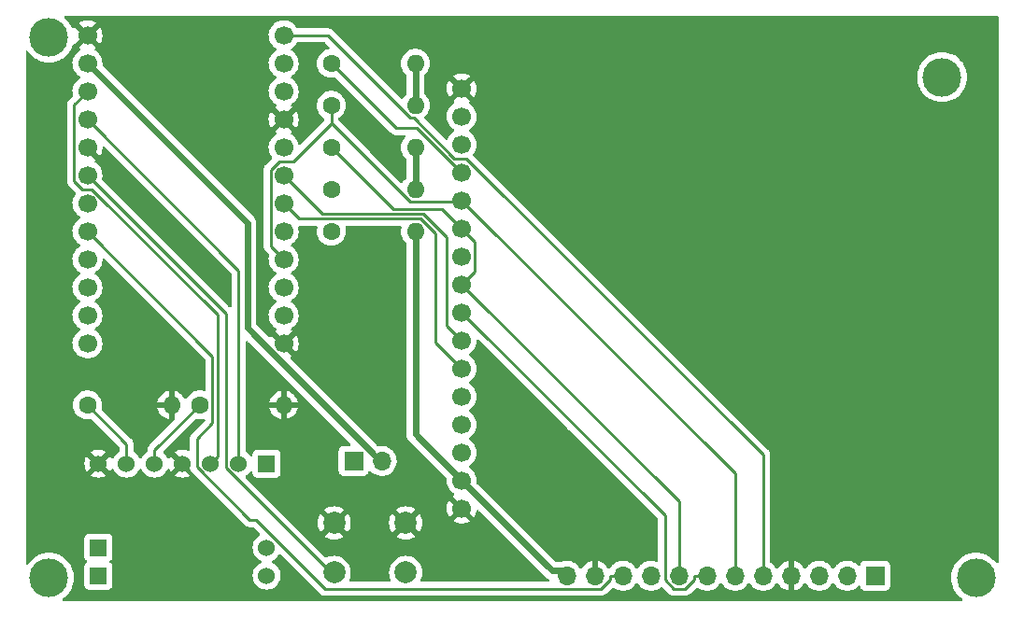
<source format=gbl>
G04 #@! TF.GenerationSoftware,KiCad,Pcbnew,6.0.0-d3dd2cf0fa~116~ubuntu20.04.1*
G04 #@! TF.CreationDate,2022-01-15T15:11:48+09:00*
G04 #@! TF.ProjectId,fg06-c3dev-revb,66673036-2d63-4336-9465-762d72657662,rev?*
G04 #@! TF.SameCoordinates,Original*
G04 #@! TF.FileFunction,Copper,L2,Bot*
G04 #@! TF.FilePolarity,Positive*
%FSLAX46Y46*%
G04 Gerber Fmt 4.6, Leading zero omitted, Abs format (unit mm)*
G04 Created by KiCad (PCBNEW 6.0.0-d3dd2cf0fa~116~ubuntu20.04.1) date 2022-01-15 15:11:48*
%MOMM*%
%LPD*%
G01*
G04 APERTURE LIST*
G04 #@! TA.AperFunction,ComponentPad*
%ADD10C,1.600000*%
G04 #@! TD*
G04 #@! TA.AperFunction,ComponentPad*
%ADD11O,1.600000X1.600000*%
G04 #@! TD*
G04 #@! TA.AperFunction,ComponentPad*
%ADD12C,2.000000*%
G04 #@! TD*
G04 #@! TA.AperFunction,ComponentPad*
%ADD13R,1.700000X1.700000*%
G04 #@! TD*
G04 #@! TA.AperFunction,ComponentPad*
%ADD14O,1.700000X1.700000*%
G04 #@! TD*
G04 #@! TA.AperFunction,ComponentPad*
%ADD15C,3.500000*%
G04 #@! TD*
G04 #@! TA.AperFunction,ComponentPad*
%ADD16C,1.700000*%
G04 #@! TD*
G04 #@! TA.AperFunction,ComponentPad*
%ADD17C,1.524000*%
G04 #@! TD*
G04 #@! TA.AperFunction,ComponentPad*
%ADD18R,1.524000X1.524000*%
G04 #@! TD*
G04 #@! TA.AperFunction,ViaPad*
%ADD19C,0.800000*%
G04 #@! TD*
G04 #@! TA.AperFunction,Conductor*
%ADD20C,0.250000*%
G04 #@! TD*
G04 #@! TA.AperFunction,Conductor*
%ADD21C,0.600000*%
G04 #@! TD*
G04 APERTURE END LIST*
D10*
G04 #@! TO.P,R5,1*
G04 #@! TO.N,SCLK*
X68580000Y-51054000D03*
D11*
G04 #@! TO.P,R5,2*
G04 #@! TO.N,Vcc*
X76200000Y-51054000D03*
G04 #@! TD*
D12*
G04 #@! TO.P,SW1,1,1*
G04 #@! TO.N,GND*
X68834000Y-85126000D03*
X75334000Y-85126000D03*
G04 #@! TO.P,SW1,2,2*
G04 #@! TO.N,BOOT_SW*
X68834000Y-89626000D03*
X75334000Y-89626000D03*
G04 #@! TD*
D13*
G04 #@! TO.P,J1,1,Pin_1*
G04 #@! TO.N,GPIO19(D+)*
X117856000Y-89916000D03*
D14*
G04 #@! TO.P,J1,2,Pin_2*
G04 #@! TO.N,GPIO18(D-)*
X115316000Y-89916000D03*
G04 #@! TO.P,J1,3,Pin_3*
G04 #@! TO.N,Vcc_USB_5V*
X112776000Y-89916000D03*
G04 #@! TO.P,J1,4,Pin_4*
G04 #@! TO.N,GND*
X110236000Y-89916000D03*
G04 #@! TO.P,J1,5,Pin_5*
G04 #@! TO.N,GPIO0*
X107696000Y-89916000D03*
G04 #@! TO.P,J1,6,Pin_6*
G04 #@! TO.N,MISO*
X105156000Y-89916000D03*
G04 #@! TO.P,J1,7,Pin_7*
G04 #@! TO.N,MOSI*
X102616000Y-89916000D03*
G04 #@! TO.P,J1,8,Pin_8*
G04 #@! TO.N,SCLK*
X100076000Y-89916000D03*
G04 #@! TO.P,J1,9,Pin_9*
G04 #@! TO.N,GPIO21(TX0)*
X97536000Y-89916000D03*
G04 #@! TO.P,J1,10,Pin_10*
G04 #@! TO.N,GPIO20(RX0)*
X94996000Y-89916000D03*
G04 #@! TO.P,J1,11,Pin_11*
G04 #@! TO.N,GND*
X92456000Y-89916000D03*
G04 #@! TO.P,J1,12,Pin_12*
G04 #@! TO.N,Vcc*
X89916000Y-89916000D03*
G04 #@! TD*
D13*
G04 #@! TO.P,JP1,1*
G04 #@! TO.N,Net-(JP1-Pad1)*
X70607000Y-79502000D03*
D14*
G04 #@! TO.P,JP1,2*
G04 #@! TO.N,Vcc_USB_5V*
X73147000Y-79502000D03*
G04 #@! TD*
D10*
G04 #@! TO.P,R4,1*
G04 #@! TO.N,MISO*
X68580000Y-47244000D03*
D11*
G04 #@! TO.P,R4,2*
G04 #@! TO.N,Vcc*
X76200000Y-47244000D03*
G04 #@! TD*
D15*
G04 #@! TO.P,REF4,1*
G04 #@! TO.N,N/C*
X127000000Y-90090000D03*
G04 #@! TD*
D10*
G04 #@! TO.P,R7,1*
G04 #@! TO.N,SD_CS*
X68580000Y-58674000D03*
D11*
G04 #@! TO.P,R7,2*
G04 #@! TO.N,Vcc*
X76200000Y-58674000D03*
G04 #@! TD*
D10*
G04 #@! TO.P,R6,1*
G04 #@! TO.N,LCD_CS*
X68580000Y-54864000D03*
D11*
G04 #@! TO.P,R6,2*
G04 #@! TO.N,Vcc*
X76200000Y-54864000D03*
G04 #@! TD*
D15*
G04 #@! TO.P,REF2,1*
G04 #@! TO.N,N/C*
X43000000Y-90090000D03*
G04 #@! TD*
G04 #@! TO.P,REF1,1*
G04 #@! TO.N,N/C*
X43000000Y-41090000D03*
G04 #@! TD*
D16*
G04 #@! TO.P,U2,1,GND*
G04 #@! TO.N,GND*
X64262000Y-68834000D03*
G04 #@! TO.P,U2,2,G4*
G04 #@! TO.N,SCLK*
X64262000Y-66294000D03*
G04 #@! TO.P,U2,3,G5*
G04 #@! TO.N,MOSI*
X64262000Y-63754000D03*
G04 #@! TO.P,U2,4,G6*
G04 #@! TO.N,MISO*
X64262000Y-61214000D03*
G04 #@! TO.P,U2,5,G7*
G04 #@! TO.N,LCD_CS*
X64262000Y-58674000D03*
G04 #@! TO.P,U2,6,G8*
G04 #@! TO.N,LCD_RST*
X64262000Y-56134000D03*
G04 #@! TO.P,U2,7,G10*
G04 #@! TO.N,LCD_DC*
X64262000Y-53594000D03*
G04 #@! TO.P,U2,8,5V*
G04 #@! TO.N,unconnected-(U2-Pad8)*
X64262000Y-51054000D03*
G04 #@! TO.P,U2,9,GND*
G04 #@! TO.N,GND*
X64262000Y-48514000D03*
G04 #@! TO.P,U2,10,5V*
G04 #@! TO.N,unconnected-(U2-Pad10)*
X64262000Y-45974000D03*
G04 #@! TO.P,U2,11,G1*
G04 #@! TO.N,SD_CS*
X64262000Y-43434000D03*
G04 #@! TO.P,U2,12,G0*
G04 #@! TO.N,GPIO0*
X64262000Y-40894000D03*
G04 #@! TO.P,U2,13,GND*
G04 #@! TO.N,GND*
X46482000Y-40894000D03*
G04 #@! TO.P,U2,14,5V*
G04 #@! TO.N,Vcc_USB_5V*
X46482000Y-43434000D03*
G04 #@! TO.P,U2,15,G19*
G04 #@! TO.N,GPIO19(D+)*
X46482000Y-45974000D03*
G04 #@! TO.P,U2,16,G18*
G04 #@! TO.N,GPIO18(D-)*
X46482000Y-48514000D03*
G04 #@! TO.P,U2,17,GND*
G04 #@! TO.N,GND*
X46482000Y-51054000D03*
G04 #@! TO.P,U2,18,G9*
G04 #@! TO.N,BOOT_SW*
X46482000Y-53594000D03*
G04 #@! TO.P,U2,19,EN*
G04 #@! TO.N,unconnected-(U2-Pad19)*
X46482000Y-56134000D03*
G04 #@! TO.P,U2,20,G20*
G04 #@! TO.N,GPIO20(RX0)*
X46482000Y-58674000D03*
G04 #@! TO.P,U2,21,G21*
G04 #@! TO.N,GPIO21(TX0)*
X46482000Y-61214000D03*
G04 #@! TO.P,U2,22,3V3*
G04 #@! TO.N,Vcc*
X46482000Y-63754000D03*
G04 #@! TO.P,U2,23,NC(DUMMY)*
G04 #@! TO.N,unconnected-(U2-Pad23)*
X46482000Y-66294000D03*
G04 #@! TO.P,U2,24,NC(DUMMY)*
G04 #@! TO.N,unconnected-(U2-Pad24)*
X46482000Y-68834000D03*
G04 #@! TD*
D15*
G04 #@! TO.P,REF3,1*
G04 #@! TO.N,N/C*
X123930000Y-44690000D03*
G04 #@! TD*
D10*
G04 #@! TO.P,R1,1*
G04 #@! TO.N,Net-(R1-Pad1)*
X46482000Y-74422000D03*
D11*
G04 #@! TO.P,R1,2*
G04 #@! TO.N,GND*
X54102000Y-74422000D03*
G04 #@! TD*
D10*
G04 #@! TO.P,R2,1*
G04 #@! TO.N,Net-(R2-Pad1)*
X56642000Y-74422000D03*
D11*
G04 #@! TO.P,R2,2*
G04 #@! TO.N,GND*
X64262000Y-74422000D03*
G04 #@! TD*
D17*
G04 #@! TO.P,U1,*
G04 #@! TO.N,*
X62718000Y-87364000D03*
X62718000Y-89904000D03*
D18*
X47478000Y-89904000D03*
X47478000Y-87364000D03*
G04 #@! TO.P,U1,1,VBus*
G04 #@! TO.N,Net-(JP1-Pad1)*
X62718000Y-79744000D03*
D17*
G04 #@! TO.P,U1,2,D-*
G04 #@! TO.N,GPIO18(D-)*
X60178000Y-79744000D03*
G04 #@! TO.P,U1,3,D+*
G04 #@! TO.N,GPIO19(D+)*
X57638000Y-79744000D03*
G04 #@! TO.P,U1,4,GND*
G04 #@! TO.N,GND*
X55098000Y-79744000D03*
G04 #@! TO.P,U1,5,CC1*
G04 #@! TO.N,Net-(R2-Pad1)*
X52558000Y-79744000D03*
G04 #@! TO.P,U1,6,CC2*
G04 #@! TO.N,Net-(R1-Pad1)*
X50018000Y-79744000D03*
G04 #@! TO.P,U1,7,GND*
G04 #@! TO.N,GND*
X47478000Y-79744000D03*
G04 #@! TD*
D16*
G04 #@! TO.P,U3,1,LED-*
G04 #@! TO.N,GND*
X80380000Y-45720000D03*
G04 #@! TO.P,U3,2,LED+*
G04 #@! TO.N,Vcc*
X80380000Y-48260000D03*
G04 #@! TO.P,U3,3,SD_CS(SD_CS)*
G04 #@! TO.N,SD_CS*
X80380000Y-50800000D03*
G04 #@! TO.P,U3,4,MOSI(SD_MOSI)*
G04 #@! TO.N,MOSI*
X80380000Y-53340000D03*
G04 #@! TO.P,U3,5,MISO(SD_MISO)*
G04 #@! TO.N,MISO*
X80380000Y-55880000D03*
G04 #@! TO.P,U3,6,SCK(SD_CLOCK)*
G04 #@! TO.N,SCLK*
X80380000Y-58420000D03*
G04 #@! TO.P,U3,7,CS(LCD_CS)*
G04 #@! TO.N,LCD_CS*
X80380000Y-60960000D03*
G04 #@! TO.P,U3,8,SCL(LDC_CLOCK)*
G04 #@! TO.N,SCLK*
X80380000Y-63500000D03*
G04 #@! TO.P,U3,9,SDA(LCD_MOSI)*
G04 #@! TO.N,MOSI*
X80380000Y-66040000D03*
G04 #@! TO.P,U3,10,A0(LCD_DC)*
G04 #@! TO.N,LCD_DC*
X80380000Y-68580000D03*
G04 #@! TO.P,U3,11,RESET(LCD_RST)*
G04 #@! TO.N,LCD_RST*
X80380000Y-71120000D03*
G04 #@! TO.P,U3,12,NC*
G04 #@! TO.N,unconnected-(U3-Pad12)*
X80380000Y-73660000D03*
G04 #@! TO.P,U3,13,NC*
G04 #@! TO.N,unconnected-(U3-Pad13)*
X80380000Y-76200000D03*
G04 #@! TO.P,U3,14,NC*
G04 #@! TO.N,unconnected-(U3-Pad14)*
X80380000Y-78740000D03*
G04 #@! TO.P,U3,15,VCC*
G04 #@! TO.N,Vcc*
X80380000Y-81280000D03*
G04 #@! TO.P,U3,16,GND*
G04 #@! TO.N,GND*
X80380000Y-83820000D03*
G04 #@! TD*
D10*
G04 #@! TO.P,R3,1*
G04 #@! TO.N,MOSI*
X68580000Y-43434000D03*
D11*
G04 #@! TO.P,R3,2*
G04 #@! TO.N,Vcc*
X76200000Y-43434000D03*
G04 #@! TD*
D19*
G04 #@! TO.N,GND*
X92456000Y-83820000D03*
X110236000Y-83820000D03*
G04 #@! TD*
D20*
G04 #@! TO.N,GPIO19(D+)*
X46878400Y-54864000D02*
X58263300Y-66248900D01*
X46482000Y-45974000D02*
X45281800Y-47174200D01*
X58263300Y-79118700D02*
X57638000Y-79744000D01*
X45281800Y-47174200D02*
X45281800Y-54151600D01*
X58263300Y-66248900D02*
X58263300Y-79118700D01*
X45994200Y-54864000D02*
X46878400Y-54864000D01*
X45281800Y-54151600D02*
X45994200Y-54864000D01*
G04 #@! TO.N,GPIO18(D-)*
X60178000Y-79744000D02*
X60178000Y-62210000D01*
X60178000Y-62210000D02*
X46482000Y-48514000D01*
D21*
G04 #@! TO.N,Vcc_USB_5V*
X60960000Y-57912000D02*
X46482000Y-43434000D01*
X73021502Y-79502000D02*
X60960000Y-67440498D01*
X73147000Y-79502000D02*
X73021502Y-79502000D01*
X60960000Y-67440498D02*
X60960000Y-57912000D01*
D20*
G04 #@! TO.N,GPIO0*
X68252300Y-40894000D02*
X64262000Y-40894000D01*
X75759300Y-48401000D02*
X68252300Y-40894000D01*
X107696000Y-78938100D02*
X80827900Y-52070000D01*
X76078000Y-48401000D02*
X75759300Y-48401000D01*
X79747000Y-52070000D02*
X76078000Y-48401000D01*
X107696000Y-89916000D02*
X107696000Y-78938100D01*
X80827900Y-52070000D02*
X79747000Y-52070000D01*
G04 #@! TO.N,MISO*
X75704800Y-55995700D02*
X80264300Y-55995700D01*
X105156000Y-89916000D02*
X105156000Y-80656000D01*
X65126900Y-52324000D02*
X63850400Y-52324000D01*
X68580000Y-48870900D02*
X65126900Y-52324000D01*
X63076100Y-53098300D02*
X63076100Y-60028100D01*
X68580000Y-48870900D02*
X75704800Y-55995700D01*
X68580000Y-47244000D02*
X68580000Y-48870900D01*
X105156000Y-80656000D02*
X80380000Y-55880000D01*
X80264300Y-55995700D02*
X80380000Y-55880000D01*
X63850400Y-52324000D02*
X63076100Y-53098300D01*
X63076100Y-60028100D02*
X64262000Y-61214000D01*
G04 #@! TO.N,MOSI*
X98806000Y-90314000D02*
X99583300Y-91091300D01*
X102616000Y-89916000D02*
X101440700Y-89916000D01*
X99583300Y-91091300D02*
X100632800Y-91091300D01*
X80380000Y-66040000D02*
X98806000Y-84466000D01*
X98806000Y-84466000D02*
X98806000Y-90314000D01*
X74447600Y-49301600D02*
X76341600Y-49301600D01*
X100632800Y-91091300D02*
X101440700Y-90283400D01*
X68580000Y-43434000D02*
X74447600Y-49301600D01*
X101440700Y-90283400D02*
X101440700Y-89916000D01*
X76341600Y-49301600D02*
X80380000Y-53340000D01*
G04 #@! TO.N,SCLK*
X74169000Y-56643000D02*
X68580000Y-51054000D01*
X80380000Y-58420000D02*
X78603000Y-56643000D01*
X78603000Y-56643000D02*
X74169000Y-56643000D01*
X100076000Y-83196000D02*
X100076000Y-89916000D01*
X81574600Y-59614600D02*
X80380000Y-58420000D01*
X80380000Y-63500000D02*
X81574600Y-62305400D01*
X80380000Y-63500000D02*
X100076000Y-83196000D01*
X81574600Y-62305400D02*
X81574600Y-59614600D01*
G04 #@! TO.N,GPIO20(RX0)*
X61195300Y-84861600D02*
X56388000Y-80054300D01*
X93820700Y-90283400D02*
X93012800Y-91091300D01*
X57812900Y-70004900D02*
X46482000Y-58674000D01*
X67989600Y-91091300D02*
X61759900Y-84861600D01*
X94996000Y-89916000D02*
X93820700Y-89916000D01*
X93820700Y-89916000D02*
X93820700Y-90283400D01*
X56388000Y-80054300D02*
X56388000Y-77517100D01*
X56388000Y-77517100D02*
X57812900Y-76092200D01*
X61759900Y-84861600D02*
X61195300Y-84861600D01*
X57812900Y-76092200D02*
X57812900Y-70004900D01*
X93012800Y-91091300D02*
X67989600Y-91091300D01*
D21*
G04 #@! TO.N,Vcc*
X76200000Y-43434000D02*
X76200000Y-47244000D01*
X76200000Y-77100000D02*
X80380000Y-81280000D01*
X89465700Y-89465700D02*
X89916000Y-89916000D01*
X88565700Y-89465700D02*
X89465700Y-89465700D01*
X80380000Y-81280000D02*
X88565700Y-89465700D01*
X76200000Y-54864000D02*
X76200000Y-51054000D01*
X76200000Y-58674000D02*
X76200000Y-77100000D01*
D20*
G04 #@! TO.N,Net-(R1-Pad1)*
X50018000Y-77958000D02*
X46482000Y-74422000D01*
X50018000Y-79744000D02*
X50018000Y-77958000D01*
G04 #@! TO.N,Net-(R2-Pad1)*
X52558000Y-78506000D02*
X56642000Y-74422000D01*
X52558000Y-79744000D02*
X52558000Y-78506000D01*
G04 #@! TO.N,BOOT_SW*
X46482000Y-53594000D02*
X59016600Y-66128600D01*
X59016600Y-66128600D02*
X59016600Y-80120600D01*
X59016600Y-80120600D02*
X68522000Y-89626000D01*
X68522000Y-89626000D02*
X68834000Y-89626000D01*
G04 #@! TO.N,LCD_RST*
X80380000Y-71120000D02*
X78035900Y-68775900D01*
X65671800Y-57543800D02*
X64262000Y-56134000D01*
X78035900Y-58880400D02*
X76699300Y-57543800D01*
X76699300Y-57543800D02*
X65671800Y-57543800D01*
X78035900Y-68775900D02*
X78035900Y-58880400D01*
G04 #@! TO.N,LCD_DC*
X67761400Y-57093400D02*
X64262000Y-53594000D01*
X79004800Y-67204800D02*
X79004800Y-59210400D01*
X76887800Y-57093400D02*
X67761400Y-57093400D01*
X79004800Y-59210400D02*
X76887800Y-57093400D01*
X80380000Y-68580000D02*
X79004800Y-67204800D01*
G04 #@! TD*
G04 #@! TA.AperFunction,Conductor*
G04 #@! TO.N,GND*
G36*
X128974121Y-39136002D02*
G01*
X129020614Y-39189658D01*
X129032000Y-39242000D01*
X129032000Y-88650544D01*
X129011998Y-88718665D01*
X128958342Y-88765158D01*
X128888068Y-88775262D01*
X128823488Y-88745768D01*
X128801235Y-88720546D01*
X128797926Y-88715593D01*
X128797922Y-88715588D01*
X128795633Y-88712162D01*
X128792919Y-88709068D01*
X128792915Y-88709062D01*
X128603136Y-88492662D01*
X128600427Y-88489573D01*
X128572784Y-88465331D01*
X128380938Y-88297085D01*
X128380932Y-88297081D01*
X128377838Y-88294367D01*
X128374412Y-88292078D01*
X128374407Y-88292074D01*
X128135106Y-88132179D01*
X128131673Y-88129885D01*
X128127974Y-88128061D01*
X128127969Y-88128058D01*
X127880834Y-88006185D01*
X127866145Y-87998941D01*
X127859511Y-87996689D01*
X127589710Y-87905104D01*
X127589706Y-87905103D01*
X127585797Y-87903776D01*
X127581753Y-87902972D01*
X127581747Y-87902970D01*
X127299465Y-87846820D01*
X127299459Y-87846819D01*
X127295426Y-87846017D01*
X127291321Y-87845748D01*
X127291314Y-87845747D01*
X127004119Y-87826924D01*
X127000000Y-87826654D01*
X126995881Y-87826924D01*
X126708686Y-87845747D01*
X126708679Y-87845748D01*
X126704574Y-87846017D01*
X126700541Y-87846819D01*
X126700535Y-87846820D01*
X126418253Y-87902970D01*
X126418247Y-87902972D01*
X126414203Y-87903776D01*
X126410294Y-87905103D01*
X126410290Y-87905104D01*
X126140489Y-87996689D01*
X126133855Y-87998941D01*
X126119166Y-88006185D01*
X125872031Y-88128058D01*
X125872026Y-88128061D01*
X125868327Y-88129885D01*
X125864894Y-88132179D01*
X125625593Y-88292074D01*
X125625588Y-88292078D01*
X125622162Y-88294367D01*
X125619068Y-88297081D01*
X125619062Y-88297085D01*
X125427216Y-88465331D01*
X125399573Y-88489573D01*
X125396864Y-88492662D01*
X125207085Y-88709062D01*
X125207081Y-88709068D01*
X125204367Y-88712162D01*
X125202078Y-88715588D01*
X125202074Y-88715593D01*
X125132783Y-88819295D01*
X125039885Y-88958327D01*
X125038061Y-88962026D01*
X125038058Y-88962031D01*
X124992351Y-89054717D01*
X124908941Y-89223855D01*
X124907616Y-89227760D01*
X124907615Y-89227761D01*
X124816273Y-89496848D01*
X124813776Y-89504203D01*
X124812972Y-89508247D01*
X124812970Y-89508253D01*
X124776150Y-89693361D01*
X124756017Y-89794574D01*
X124755748Y-89798679D01*
X124755747Y-89798686D01*
X124743694Y-89982590D01*
X124736654Y-90090000D01*
X124736924Y-90094119D01*
X124753969Y-90354172D01*
X124756017Y-90385426D01*
X124756819Y-90389459D01*
X124756820Y-90389465D01*
X124812926Y-90671524D01*
X124813776Y-90675797D01*
X124815103Y-90679706D01*
X124815104Y-90679710D01*
X124887588Y-90893240D01*
X124908941Y-90956145D01*
X124947745Y-91034831D01*
X125037391Y-91216615D01*
X125039885Y-91221673D01*
X125071239Y-91268598D01*
X125182906Y-91435719D01*
X125204367Y-91467838D01*
X125207081Y-91470932D01*
X125207085Y-91470938D01*
X125371546Y-91658468D01*
X125399573Y-91690427D01*
X125402662Y-91693136D01*
X125619062Y-91882915D01*
X125619068Y-91882919D01*
X125622162Y-91885633D01*
X125750275Y-91971235D01*
X125795803Y-92025712D01*
X125804651Y-92096155D01*
X125774010Y-92160199D01*
X125713608Y-92197510D01*
X125680273Y-92202000D01*
X44319727Y-92202000D01*
X44251606Y-92181998D01*
X44205113Y-92128342D01*
X44195009Y-92058068D01*
X44224503Y-91993488D01*
X44249725Y-91971235D01*
X44377838Y-91885633D01*
X44380932Y-91882919D01*
X44380938Y-91882915D01*
X44597338Y-91693136D01*
X44600427Y-91690427D01*
X44628454Y-91658468D01*
X44792915Y-91470938D01*
X44792919Y-91470932D01*
X44795633Y-91467838D01*
X44817095Y-91435719D01*
X44928761Y-91268598D01*
X44960115Y-91221673D01*
X44962610Y-91216615D01*
X45052255Y-91034831D01*
X45091059Y-90956145D01*
X45112412Y-90893240D01*
X45173211Y-90714134D01*
X46207500Y-90714134D01*
X46214255Y-90776316D01*
X46265385Y-90912705D01*
X46352739Y-91029261D01*
X46469295Y-91116615D01*
X46605684Y-91167745D01*
X46667866Y-91174500D01*
X48288134Y-91174500D01*
X48350316Y-91167745D01*
X48486705Y-91116615D01*
X48603261Y-91029261D01*
X48690615Y-90912705D01*
X48741745Y-90776316D01*
X48748500Y-90714134D01*
X48748500Y-89093866D01*
X48741745Y-89031684D01*
X48690615Y-88895295D01*
X48603261Y-88778739D01*
X48544668Y-88734826D01*
X48502153Y-88677967D01*
X48497127Y-88607148D01*
X48531187Y-88544855D01*
X48544668Y-88533174D01*
X48596081Y-88494642D01*
X48603261Y-88489261D01*
X48690615Y-88372705D01*
X48741745Y-88236316D01*
X48748500Y-88174134D01*
X48748500Y-86553866D01*
X48741745Y-86491684D01*
X48690615Y-86355295D01*
X48603261Y-86238739D01*
X48486705Y-86151385D01*
X48350316Y-86100255D01*
X48288134Y-86093500D01*
X46667866Y-86093500D01*
X46605684Y-86100255D01*
X46469295Y-86151385D01*
X46352739Y-86238739D01*
X46265385Y-86355295D01*
X46214255Y-86491684D01*
X46207500Y-86553866D01*
X46207500Y-88174134D01*
X46214255Y-88236316D01*
X46265385Y-88372705D01*
X46352739Y-88489261D01*
X46359919Y-88494642D01*
X46411332Y-88533174D01*
X46453847Y-88590033D01*
X46458873Y-88660852D01*
X46424813Y-88723145D01*
X46411333Y-88734825D01*
X46352739Y-88778739D01*
X46265385Y-88895295D01*
X46214255Y-89031684D01*
X46207500Y-89093866D01*
X46207500Y-90714134D01*
X45173211Y-90714134D01*
X45184896Y-90679710D01*
X45184897Y-90679706D01*
X45186224Y-90675797D01*
X45187074Y-90671524D01*
X45243180Y-90389465D01*
X45243181Y-90389459D01*
X45243983Y-90385426D01*
X45246032Y-90354172D01*
X45263076Y-90094119D01*
X45263346Y-90090000D01*
X45256306Y-89982590D01*
X45244253Y-89798686D01*
X45244252Y-89798679D01*
X45243983Y-89794574D01*
X45223851Y-89693361D01*
X45187030Y-89508253D01*
X45187028Y-89508247D01*
X45186224Y-89504203D01*
X45183728Y-89496848D01*
X45092385Y-89227761D01*
X45092384Y-89227760D01*
X45091059Y-89223855D01*
X45007649Y-89054717D01*
X44961942Y-88962031D01*
X44961939Y-88962026D01*
X44960115Y-88958327D01*
X44867217Y-88819295D01*
X44797926Y-88715593D01*
X44797922Y-88715588D01*
X44795633Y-88712162D01*
X44792919Y-88709068D01*
X44792915Y-88709062D01*
X44603136Y-88492662D01*
X44600427Y-88489573D01*
X44572784Y-88465331D01*
X44380938Y-88297085D01*
X44380932Y-88297081D01*
X44377838Y-88294367D01*
X44374412Y-88292078D01*
X44374407Y-88292074D01*
X44135106Y-88132179D01*
X44131673Y-88129885D01*
X44127974Y-88128061D01*
X44127969Y-88128058D01*
X43880834Y-88006185D01*
X43866145Y-87998941D01*
X43859511Y-87996689D01*
X43589710Y-87905104D01*
X43589706Y-87905103D01*
X43585797Y-87903776D01*
X43581753Y-87902972D01*
X43581747Y-87902970D01*
X43299465Y-87846820D01*
X43299459Y-87846819D01*
X43295426Y-87846017D01*
X43291321Y-87845748D01*
X43291314Y-87845747D01*
X43004119Y-87826924D01*
X43000000Y-87826654D01*
X42995881Y-87826924D01*
X42708686Y-87845747D01*
X42708679Y-87845748D01*
X42704574Y-87846017D01*
X42700541Y-87846819D01*
X42700535Y-87846820D01*
X42418253Y-87902970D01*
X42418247Y-87902972D01*
X42414203Y-87903776D01*
X42410294Y-87905103D01*
X42410290Y-87905104D01*
X42140489Y-87996689D01*
X42133855Y-87998941D01*
X42119166Y-88006185D01*
X41872031Y-88128058D01*
X41872026Y-88128061D01*
X41868327Y-88129885D01*
X41864894Y-88132179D01*
X41625593Y-88292074D01*
X41625588Y-88292078D01*
X41622162Y-88294367D01*
X41619068Y-88297081D01*
X41619062Y-88297085D01*
X41427216Y-88465331D01*
X41399573Y-88489573D01*
X41396864Y-88492662D01*
X41207085Y-88709062D01*
X41207081Y-88709068D01*
X41204367Y-88712162D01*
X41202078Y-88715588D01*
X41202074Y-88715593D01*
X41124765Y-88831295D01*
X41070288Y-88876823D01*
X40999845Y-88885671D01*
X40935801Y-88855030D01*
X40898490Y-88794628D01*
X40894000Y-88761293D01*
X40894000Y-80802777D01*
X46783777Y-80802777D01*
X46793074Y-80814793D01*
X46836069Y-80844898D01*
X46845555Y-80850376D01*
X47036993Y-80939645D01*
X47047285Y-80943391D01*
X47251309Y-80998059D01*
X47262104Y-80999962D01*
X47472525Y-81018372D01*
X47483475Y-81018372D01*
X47693896Y-80999962D01*
X47704691Y-80998059D01*
X47908715Y-80943391D01*
X47919007Y-80939645D01*
X48110445Y-80850376D01*
X48119931Y-80844898D01*
X48163764Y-80814207D01*
X48172139Y-80803729D01*
X48165071Y-80790281D01*
X47490812Y-80116022D01*
X47476868Y-80108408D01*
X47475035Y-80108539D01*
X47468420Y-80112790D01*
X46790207Y-80791003D01*
X46783777Y-80802777D01*
X40894000Y-80802777D01*
X40894000Y-79749475D01*
X46203628Y-79749475D01*
X46222038Y-79959896D01*
X46223941Y-79970691D01*
X46278609Y-80174715D01*
X46282355Y-80185007D01*
X46371623Y-80376441D01*
X46377103Y-80385932D01*
X46407794Y-80429765D01*
X46418271Y-80438140D01*
X46431718Y-80431072D01*
X47105978Y-79756812D01*
X47113592Y-79742868D01*
X47113461Y-79741035D01*
X47109210Y-79734420D01*
X46430997Y-79056207D01*
X46419223Y-79049777D01*
X46407207Y-79059074D01*
X46377103Y-79102068D01*
X46371623Y-79111559D01*
X46282355Y-79302993D01*
X46278609Y-79313285D01*
X46223941Y-79517309D01*
X46222038Y-79528104D01*
X46203628Y-79738525D01*
X46203628Y-79749475D01*
X40894000Y-79749475D01*
X40894000Y-78684271D01*
X46783860Y-78684271D01*
X46790928Y-78697718D01*
X47465188Y-79371978D01*
X47479132Y-79379592D01*
X47480965Y-79379461D01*
X47487580Y-79375210D01*
X48165793Y-78696997D01*
X48172223Y-78685223D01*
X48162926Y-78673207D01*
X48119931Y-78643102D01*
X48110445Y-78637624D01*
X47919007Y-78548355D01*
X47908715Y-78544609D01*
X47704691Y-78489941D01*
X47693896Y-78488038D01*
X47483475Y-78469628D01*
X47472525Y-78469628D01*
X47262104Y-78488038D01*
X47251309Y-78489941D01*
X47047285Y-78544609D01*
X47036993Y-78548355D01*
X46845559Y-78637623D01*
X46836068Y-78643103D01*
X46792235Y-78673794D01*
X46783860Y-78684271D01*
X40894000Y-78684271D01*
X40894000Y-47154143D01*
X44643580Y-47154143D01*
X44644326Y-47162035D01*
X44647741Y-47198161D01*
X44648300Y-47210019D01*
X44648300Y-54072833D01*
X44647773Y-54084016D01*
X44646098Y-54091509D01*
X44646347Y-54099435D01*
X44646347Y-54099436D01*
X44648238Y-54159586D01*
X44648300Y-54163545D01*
X44648300Y-54191456D01*
X44648797Y-54195390D01*
X44648797Y-54195391D01*
X44648805Y-54195456D01*
X44649738Y-54207293D01*
X44651127Y-54251489D01*
X44655953Y-54268099D01*
X44656778Y-54270939D01*
X44660787Y-54290300D01*
X44663326Y-54310397D01*
X44666245Y-54317768D01*
X44666245Y-54317770D01*
X44679604Y-54351512D01*
X44683449Y-54362742D01*
X44688804Y-54381173D01*
X44695782Y-54405193D01*
X44699815Y-54412012D01*
X44699817Y-54412017D01*
X44706093Y-54422628D01*
X44714788Y-54440376D01*
X44722248Y-54459217D01*
X44726910Y-54465633D01*
X44726910Y-54465634D01*
X44748236Y-54494987D01*
X44754752Y-54504907D01*
X44777258Y-54542962D01*
X44791579Y-54557283D01*
X44804419Y-54572316D01*
X44816328Y-54588707D01*
X44844239Y-54611797D01*
X44850393Y-54616888D01*
X44859174Y-54624878D01*
X45384399Y-55150104D01*
X45418424Y-55212416D01*
X45413359Y-55283232D01*
X45399394Y-55310200D01*
X45296743Y-55460680D01*
X45202688Y-55663305D01*
X45142989Y-55878570D01*
X45119251Y-56100695D01*
X45119548Y-56105848D01*
X45119548Y-56105851D01*
X45125011Y-56200590D01*
X45132110Y-56323715D01*
X45133247Y-56328761D01*
X45133248Y-56328767D01*
X45153119Y-56416939D01*
X45181222Y-56541639D01*
X45265266Y-56748616D01*
X45270721Y-56757517D01*
X45352089Y-56890298D01*
X45381987Y-56939088D01*
X45528250Y-57107938D01*
X45700126Y-57250632D01*
X45743807Y-57276157D01*
X45773445Y-57293476D01*
X45822169Y-57345114D01*
X45835240Y-57414897D01*
X45808509Y-57480669D01*
X45768055Y-57514027D01*
X45755607Y-57520507D01*
X45751474Y-57523610D01*
X45751471Y-57523612D01*
X45693556Y-57567096D01*
X45576965Y-57654635D01*
X45422629Y-57816138D01*
X45419715Y-57820410D01*
X45419714Y-57820411D01*
X45407404Y-57838457D01*
X45296743Y-58000680D01*
X45202688Y-58203305D01*
X45142989Y-58418570D01*
X45119251Y-58640695D01*
X45119548Y-58645848D01*
X45119548Y-58645851D01*
X45125011Y-58740590D01*
X45132110Y-58863715D01*
X45133247Y-58868761D01*
X45133248Y-58868767D01*
X45141955Y-58907402D01*
X45181222Y-59081639D01*
X45265266Y-59288616D01*
X45267965Y-59293020D01*
X45372538Y-59463668D01*
X45381987Y-59479088D01*
X45528250Y-59647938D01*
X45700126Y-59790632D01*
X45746961Y-59818000D01*
X45773445Y-59833476D01*
X45822169Y-59885114D01*
X45835240Y-59954897D01*
X45808509Y-60020669D01*
X45768055Y-60054027D01*
X45755607Y-60060507D01*
X45751474Y-60063610D01*
X45751471Y-60063612D01*
X45587271Y-60186897D01*
X45576965Y-60194635D01*
X45573393Y-60198373D01*
X45436012Y-60342134D01*
X45422629Y-60356138D01*
X45419715Y-60360410D01*
X45419714Y-60360411D01*
X45359408Y-60448817D01*
X45296743Y-60540680D01*
X45202688Y-60743305D01*
X45142989Y-60958570D01*
X45119251Y-61180695D01*
X45119548Y-61185848D01*
X45119548Y-61185851D01*
X45125011Y-61280590D01*
X45132110Y-61403715D01*
X45133247Y-61408761D01*
X45133248Y-61408767D01*
X45153119Y-61496939D01*
X45181222Y-61621639D01*
X45265266Y-61828616D01*
X45381987Y-62019088D01*
X45528250Y-62187938D01*
X45700126Y-62330632D01*
X45704668Y-62333286D01*
X45773445Y-62373476D01*
X45822169Y-62425114D01*
X45835240Y-62494897D01*
X45808509Y-62560669D01*
X45768055Y-62594027D01*
X45755607Y-62600507D01*
X45751474Y-62603610D01*
X45751471Y-62603612D01*
X45585839Y-62727972D01*
X45576965Y-62734635D01*
X45422629Y-62896138D01*
X45296743Y-63080680D01*
X45202688Y-63283305D01*
X45142989Y-63498570D01*
X45119251Y-63720695D01*
X45119548Y-63725848D01*
X45119548Y-63725851D01*
X45125011Y-63820590D01*
X45132110Y-63943715D01*
X45133247Y-63948761D01*
X45133248Y-63948767D01*
X45153119Y-64036939D01*
X45181222Y-64161639D01*
X45265266Y-64368616D01*
X45381987Y-64559088D01*
X45528250Y-64727938D01*
X45700126Y-64870632D01*
X45727293Y-64886507D01*
X45773445Y-64913476D01*
X45822169Y-64965114D01*
X45835240Y-65034897D01*
X45808509Y-65100669D01*
X45768055Y-65134027D01*
X45755607Y-65140507D01*
X45751474Y-65143610D01*
X45751471Y-65143612D01*
X45727247Y-65161800D01*
X45576965Y-65274635D01*
X45422629Y-65436138D01*
X45296743Y-65620680D01*
X45202688Y-65823305D01*
X45142989Y-66038570D01*
X45119251Y-66260695D01*
X45119548Y-66265848D01*
X45119548Y-66265851D01*
X45125011Y-66360590D01*
X45132110Y-66483715D01*
X45133247Y-66488761D01*
X45133248Y-66488767D01*
X45150089Y-66563495D01*
X45181222Y-66701639D01*
X45265266Y-66908616D01*
X45381987Y-67099088D01*
X45528250Y-67267938D01*
X45700126Y-67410632D01*
X45770595Y-67451811D01*
X45773445Y-67453476D01*
X45822169Y-67505114D01*
X45835240Y-67574897D01*
X45808509Y-67640669D01*
X45768055Y-67674027D01*
X45755607Y-67680507D01*
X45751474Y-67683610D01*
X45751471Y-67683612D01*
X45581100Y-67811530D01*
X45576965Y-67814635D01*
X45422629Y-67976138D01*
X45296743Y-68160680D01*
X45202688Y-68363305D01*
X45142989Y-68578570D01*
X45119251Y-68800695D01*
X45119548Y-68805848D01*
X45119548Y-68805851D01*
X45126470Y-68925895D01*
X45132110Y-69023715D01*
X45133247Y-69028761D01*
X45133248Y-69028767D01*
X45153119Y-69116939D01*
X45181222Y-69241639D01*
X45265266Y-69448616D01*
X45267965Y-69453020D01*
X45371009Y-69621173D01*
X45381987Y-69639088D01*
X45528250Y-69807938D01*
X45700126Y-69950632D01*
X45893000Y-70063338D01*
X46101692Y-70143030D01*
X46106760Y-70144061D01*
X46106763Y-70144062D01*
X46199685Y-70162967D01*
X46320597Y-70187567D01*
X46325772Y-70187757D01*
X46325774Y-70187757D01*
X46538673Y-70195564D01*
X46538677Y-70195564D01*
X46543837Y-70195753D01*
X46548957Y-70195097D01*
X46548959Y-70195097D01*
X46760288Y-70168025D01*
X46760289Y-70168025D01*
X46765416Y-70167368D01*
X46770366Y-70165883D01*
X46974429Y-70104661D01*
X46974434Y-70104659D01*
X46979384Y-70103174D01*
X47179994Y-70004896D01*
X47361860Y-69875173D01*
X47395229Y-69841921D01*
X47516435Y-69721137D01*
X47520096Y-69717489D01*
X47579594Y-69634689D01*
X47647435Y-69540277D01*
X47650453Y-69536077D01*
X47652874Y-69531180D01*
X47747136Y-69340453D01*
X47747137Y-69340451D01*
X47749430Y-69335811D01*
X47800639Y-69167262D01*
X47812865Y-69127023D01*
X47812865Y-69127021D01*
X47814370Y-69122069D01*
X47843529Y-68900590D01*
X47844324Y-68868069D01*
X47845074Y-68837365D01*
X47845074Y-68837361D01*
X47845156Y-68834000D01*
X47826852Y-68611361D01*
X47772431Y-68394702D01*
X47683354Y-68189840D01*
X47562014Y-68002277D01*
X47411670Y-67837051D01*
X47407619Y-67833852D01*
X47407615Y-67833848D01*
X47240414Y-67701800D01*
X47240410Y-67701798D01*
X47236359Y-67698598D01*
X47195053Y-67675796D01*
X47145084Y-67625364D01*
X47130312Y-67555921D01*
X47155428Y-67489516D01*
X47182780Y-67462909D01*
X47226603Y-67431650D01*
X47361860Y-67335173D01*
X47520096Y-67177489D01*
X47579594Y-67094689D01*
X47647435Y-67000277D01*
X47650453Y-66996077D01*
X47749430Y-66795811D01*
X47814370Y-66582069D01*
X47843529Y-66360590D01*
X47845156Y-66294000D01*
X47826852Y-66071361D01*
X47772431Y-65854702D01*
X47683354Y-65649840D01*
X47632362Y-65571019D01*
X47564822Y-65466617D01*
X47564820Y-65466614D01*
X47562014Y-65462277D01*
X47411670Y-65297051D01*
X47407619Y-65293852D01*
X47407615Y-65293848D01*
X47240414Y-65161800D01*
X47240410Y-65161798D01*
X47236359Y-65158598D01*
X47195053Y-65135796D01*
X47145084Y-65085364D01*
X47130312Y-65015921D01*
X47155428Y-64949516D01*
X47182780Y-64922909D01*
X47233814Y-64886507D01*
X47361860Y-64795173D01*
X47373718Y-64783357D01*
X47516435Y-64641137D01*
X47520096Y-64637489D01*
X47579594Y-64554689D01*
X47647435Y-64460277D01*
X47650453Y-64456077D01*
X47749430Y-64255811D01*
X47814370Y-64042069D01*
X47843529Y-63820590D01*
X47845156Y-63754000D01*
X47826852Y-63531361D01*
X47772431Y-63314702D01*
X47683354Y-63109840D01*
X47562014Y-62922277D01*
X47411670Y-62757051D01*
X47407619Y-62753852D01*
X47407615Y-62753848D01*
X47240414Y-62621800D01*
X47240410Y-62621798D01*
X47236359Y-62618598D01*
X47195053Y-62595796D01*
X47145084Y-62545364D01*
X47130312Y-62475921D01*
X47155428Y-62409516D01*
X47182780Y-62382909D01*
X47233814Y-62346507D01*
X47361860Y-62255173D01*
X47373718Y-62243357D01*
X47516435Y-62101137D01*
X47520096Y-62097489D01*
X47579594Y-62014689D01*
X47647435Y-61920277D01*
X47650453Y-61916077D01*
X47749430Y-61715811D01*
X47814370Y-61502069D01*
X47843529Y-61280590D01*
X47844676Y-61233654D01*
X47866336Y-61166042D01*
X47921111Y-61120874D01*
X47991611Y-61112490D01*
X48059733Y-61147637D01*
X57142495Y-70230399D01*
X57176521Y-70292711D01*
X57179400Y-70319494D01*
X57179400Y-73047131D01*
X57159398Y-73115252D01*
X57105742Y-73161745D01*
X57035468Y-73171849D01*
X57020796Y-73168840D01*
X56870087Y-73128457D01*
X56642000Y-73108502D01*
X56413913Y-73128457D01*
X56408600Y-73129881D01*
X56408598Y-73129881D01*
X56198067Y-73186293D01*
X56198065Y-73186294D01*
X56192757Y-73187716D01*
X56187776Y-73190039D01*
X56187775Y-73190039D01*
X55990238Y-73282151D01*
X55990233Y-73282154D01*
X55985251Y-73284477D01*
X55880389Y-73357902D01*
X55802211Y-73412643D01*
X55802208Y-73412645D01*
X55797700Y-73415802D01*
X55635802Y-73577700D01*
X55504477Y-73765251D01*
X55502154Y-73770233D01*
X55502151Y-73770238D01*
X55485919Y-73805049D01*
X55439002Y-73858334D01*
X55370725Y-73877795D01*
X55302765Y-73857253D01*
X55257529Y-73805049D01*
X55241414Y-73770489D01*
X55235931Y-73760993D01*
X55110972Y-73582533D01*
X55103916Y-73574125D01*
X54949875Y-73420084D01*
X54941467Y-73413028D01*
X54763007Y-73288069D01*
X54753511Y-73282586D01*
X54556053Y-73190510D01*
X54545761Y-73186764D01*
X54373497Y-73140606D01*
X54359401Y-73140942D01*
X54356000Y-73148884D01*
X54356000Y-75689965D01*
X54362659Y-75712643D01*
X54362659Y-75783639D01*
X54330858Y-75837237D01*
X52165747Y-78002348D01*
X52157461Y-78009888D01*
X52150982Y-78014000D01*
X52145557Y-78019777D01*
X52104357Y-78063651D01*
X52101602Y-78066493D01*
X52081865Y-78086230D01*
X52079385Y-78089427D01*
X52071682Y-78098447D01*
X52041414Y-78130679D01*
X52037595Y-78137625D01*
X52037593Y-78137628D01*
X52031652Y-78148434D01*
X52020801Y-78164953D01*
X52008386Y-78180959D01*
X52005241Y-78188228D01*
X52005238Y-78188232D01*
X51990826Y-78221537D01*
X51985609Y-78232187D01*
X51964305Y-78270940D01*
X51962334Y-78278615D01*
X51962334Y-78278616D01*
X51959267Y-78290562D01*
X51952863Y-78309266D01*
X51944819Y-78327855D01*
X51943580Y-78335678D01*
X51943577Y-78335688D01*
X51937901Y-78371524D01*
X51935495Y-78383144D01*
X51926472Y-78418289D01*
X51924500Y-78425970D01*
X51924500Y-78446224D01*
X51922949Y-78465934D01*
X51919780Y-78485943D01*
X51920526Y-78493835D01*
X51923941Y-78529961D01*
X51924500Y-78541819D01*
X51924500Y-78570996D01*
X51904498Y-78639117D01*
X51870771Y-78674209D01*
X51742730Y-78763864D01*
X51742727Y-78763866D01*
X51738219Y-78767023D01*
X51581023Y-78924219D01*
X51577866Y-78928727D01*
X51577864Y-78928730D01*
X51456669Y-79101815D01*
X51453512Y-79106324D01*
X51451189Y-79111306D01*
X51451186Y-79111311D01*
X51402195Y-79216373D01*
X51355277Y-79269658D01*
X51287000Y-79289119D01*
X51219040Y-79268577D01*
X51173805Y-79216373D01*
X51124814Y-79111311D01*
X51124811Y-79111306D01*
X51122488Y-79106324D01*
X51119331Y-79101815D01*
X50998136Y-78928730D01*
X50998134Y-78928727D01*
X50994977Y-78924219D01*
X50837781Y-78767023D01*
X50833273Y-78763866D01*
X50833270Y-78763864D01*
X50751624Y-78706695D01*
X50705229Y-78674209D01*
X50660901Y-78618752D01*
X50651500Y-78570996D01*
X50651500Y-78036767D01*
X50652027Y-78025584D01*
X50653702Y-78018091D01*
X50653404Y-78008593D01*
X50651562Y-77950014D01*
X50651500Y-77946055D01*
X50651500Y-77918144D01*
X50650995Y-77914144D01*
X50650062Y-77902301D01*
X50648922Y-77866029D01*
X50648673Y-77858110D01*
X50643022Y-77838658D01*
X50639014Y-77819306D01*
X50637467Y-77807063D01*
X50636474Y-77799203D01*
X50622368Y-77763574D01*
X50620200Y-77758097D01*
X50616355Y-77746870D01*
X50612894Y-77734959D01*
X50604018Y-77704407D01*
X50599984Y-77697585D01*
X50599981Y-77697579D01*
X50593706Y-77686968D01*
X50585010Y-77669218D01*
X50580472Y-77657756D01*
X50580469Y-77657751D01*
X50577552Y-77650383D01*
X50551573Y-77614625D01*
X50545057Y-77604707D01*
X50532880Y-77584118D01*
X50522542Y-77566637D01*
X50508218Y-77552313D01*
X50495376Y-77537278D01*
X50483472Y-77520893D01*
X50449406Y-77492711D01*
X50440627Y-77484722D01*
X47791152Y-74835247D01*
X47757126Y-74772935D01*
X47758540Y-74713541D01*
X47761854Y-74701173D01*
X47765244Y-74688522D01*
X52819273Y-74688522D01*
X52866764Y-74865761D01*
X52870510Y-74876053D01*
X52962586Y-75073511D01*
X52968069Y-75083007D01*
X53093028Y-75261467D01*
X53100084Y-75269875D01*
X53254125Y-75423916D01*
X53262533Y-75430972D01*
X53440993Y-75555931D01*
X53450489Y-75561414D01*
X53647947Y-75653490D01*
X53658239Y-75657236D01*
X53830503Y-75703394D01*
X53844599Y-75703058D01*
X53848000Y-75695116D01*
X53848000Y-74694115D01*
X53843525Y-74678876D01*
X53842135Y-74677671D01*
X53834452Y-74676000D01*
X52834033Y-74676000D01*
X52820502Y-74679973D01*
X52819273Y-74688522D01*
X47765244Y-74688522D01*
X47775543Y-74650087D01*
X47795498Y-74422000D01*
X47775543Y-74193913D01*
X47765244Y-74155478D01*
X47763911Y-74150503D01*
X52820606Y-74150503D01*
X52820942Y-74164599D01*
X52828884Y-74168000D01*
X53829885Y-74168000D01*
X53845124Y-74163525D01*
X53846329Y-74162135D01*
X53848000Y-74154452D01*
X53848000Y-73154033D01*
X53844027Y-73140502D01*
X53835478Y-73139273D01*
X53658239Y-73186764D01*
X53647947Y-73190510D01*
X53450489Y-73282586D01*
X53440993Y-73288069D01*
X53262533Y-73413028D01*
X53254125Y-73420084D01*
X53100084Y-73574125D01*
X53093028Y-73582533D01*
X52968069Y-73760993D01*
X52962586Y-73770489D01*
X52870510Y-73967947D01*
X52866764Y-73978239D01*
X52820606Y-74150503D01*
X47763911Y-74150503D01*
X47717707Y-73978067D01*
X47717706Y-73978065D01*
X47716284Y-73972757D01*
X47621966Y-73770489D01*
X47621849Y-73770238D01*
X47621846Y-73770233D01*
X47619523Y-73765251D01*
X47488198Y-73577700D01*
X47326300Y-73415802D01*
X47321792Y-73412645D01*
X47321789Y-73412643D01*
X47243611Y-73357902D01*
X47138749Y-73284477D01*
X47133767Y-73282154D01*
X47133762Y-73282151D01*
X46936225Y-73190039D01*
X46936224Y-73190039D01*
X46931243Y-73187716D01*
X46925935Y-73186294D01*
X46925933Y-73186293D01*
X46715402Y-73129881D01*
X46715400Y-73129881D01*
X46710087Y-73128457D01*
X46482000Y-73108502D01*
X46253913Y-73128457D01*
X46248600Y-73129881D01*
X46248598Y-73129881D01*
X46038067Y-73186293D01*
X46038065Y-73186294D01*
X46032757Y-73187716D01*
X46027776Y-73190039D01*
X46027775Y-73190039D01*
X45830238Y-73282151D01*
X45830233Y-73282154D01*
X45825251Y-73284477D01*
X45720389Y-73357902D01*
X45642211Y-73412643D01*
X45642208Y-73412645D01*
X45637700Y-73415802D01*
X45475802Y-73577700D01*
X45344477Y-73765251D01*
X45342154Y-73770233D01*
X45342151Y-73770238D01*
X45342034Y-73770489D01*
X45247716Y-73972757D01*
X45246294Y-73978065D01*
X45246293Y-73978067D01*
X45198756Y-74155478D01*
X45188457Y-74193913D01*
X45168502Y-74422000D01*
X45188457Y-74650087D01*
X45189880Y-74655398D01*
X45189881Y-74655402D01*
X45236373Y-74828909D01*
X45247716Y-74871243D01*
X45250039Y-74876224D01*
X45250039Y-74876225D01*
X45342151Y-75073762D01*
X45342154Y-75073767D01*
X45344477Y-75078749D01*
X45347634Y-75083257D01*
X45434189Y-75206870D01*
X45475802Y-75266300D01*
X45637700Y-75428198D01*
X45642208Y-75431355D01*
X45642211Y-75431357D01*
X45720389Y-75486098D01*
X45825251Y-75559523D01*
X45830233Y-75561846D01*
X45830238Y-75561849D01*
X46026765Y-75653490D01*
X46032757Y-75656284D01*
X46038065Y-75657706D01*
X46038067Y-75657707D01*
X46248598Y-75714119D01*
X46248600Y-75714119D01*
X46253913Y-75715543D01*
X46482000Y-75735498D01*
X46710087Y-75715543D01*
X46715398Y-75714120D01*
X46715409Y-75714118D01*
X46773541Y-75698541D01*
X46844517Y-75700230D01*
X46895248Y-75731152D01*
X49347595Y-78183499D01*
X49381621Y-78245811D01*
X49384500Y-78272594D01*
X49384500Y-78570996D01*
X49364498Y-78639117D01*
X49330771Y-78674209D01*
X49202730Y-78763864D01*
X49202727Y-78763866D01*
X49198219Y-78767023D01*
X49041023Y-78924219D01*
X49037866Y-78928727D01*
X49037864Y-78928730D01*
X48916669Y-79101815D01*
X48913512Y-79106324D01*
X48911189Y-79111306D01*
X48911186Y-79111311D01*
X48861919Y-79216965D01*
X48815001Y-79270250D01*
X48746724Y-79289711D01*
X48678764Y-79269169D01*
X48633529Y-79216965D01*
X48584377Y-79111559D01*
X48578897Y-79102068D01*
X48548206Y-79058235D01*
X48537729Y-79049860D01*
X48524282Y-79056928D01*
X47850022Y-79731188D01*
X47842408Y-79745132D01*
X47842539Y-79746965D01*
X47846790Y-79753580D01*
X48525003Y-80431793D01*
X48536777Y-80438223D01*
X48548793Y-80428926D01*
X48578897Y-80385932D01*
X48584377Y-80376441D01*
X48633529Y-80271035D01*
X48680447Y-80217750D01*
X48748724Y-80198289D01*
X48816684Y-80218831D01*
X48861919Y-80271035D01*
X48911186Y-80376689D01*
X48911189Y-80376694D01*
X48913512Y-80381676D01*
X48916668Y-80386183D01*
X48916669Y-80386185D01*
X49036647Y-80557531D01*
X49041023Y-80563781D01*
X49198219Y-80720977D01*
X49202727Y-80724134D01*
X49202730Y-80724136D01*
X49272031Y-80772661D01*
X49380323Y-80848488D01*
X49385305Y-80850811D01*
X49385310Y-80850814D01*
X49575810Y-80939645D01*
X49581804Y-80942440D01*
X49587112Y-80943862D01*
X49587114Y-80943863D01*
X49634705Y-80956615D01*
X49796537Y-80999978D01*
X50018000Y-81019353D01*
X50239463Y-80999978D01*
X50401295Y-80956615D01*
X50448886Y-80943863D01*
X50448888Y-80943862D01*
X50454196Y-80942440D01*
X50460190Y-80939645D01*
X50650690Y-80850814D01*
X50650695Y-80850811D01*
X50655677Y-80848488D01*
X50763969Y-80772661D01*
X50833270Y-80724136D01*
X50833273Y-80724134D01*
X50837781Y-80720977D01*
X50994977Y-80563781D01*
X50999354Y-80557531D01*
X51119331Y-80386185D01*
X51119332Y-80386183D01*
X51122488Y-80381676D01*
X51124811Y-80376694D01*
X51124814Y-80376689D01*
X51173805Y-80271627D01*
X51220723Y-80218342D01*
X51289000Y-80198881D01*
X51356960Y-80219423D01*
X51402195Y-80271627D01*
X51451186Y-80376689D01*
X51451189Y-80376694D01*
X51453512Y-80381676D01*
X51456668Y-80386183D01*
X51456669Y-80386185D01*
X51576647Y-80557531D01*
X51581023Y-80563781D01*
X51738219Y-80720977D01*
X51742727Y-80724134D01*
X51742730Y-80724136D01*
X51812031Y-80772661D01*
X51920323Y-80848488D01*
X51925305Y-80850811D01*
X51925310Y-80850814D01*
X52115810Y-80939645D01*
X52121804Y-80942440D01*
X52127112Y-80943862D01*
X52127114Y-80943863D01*
X52174705Y-80956615D01*
X52336537Y-80999978D01*
X52558000Y-81019353D01*
X52779463Y-80999978D01*
X52941295Y-80956615D01*
X52988886Y-80943863D01*
X52988888Y-80943862D01*
X52994196Y-80942440D01*
X53000190Y-80939645D01*
X53190690Y-80850814D01*
X53190695Y-80850811D01*
X53195677Y-80848488D01*
X53260959Y-80802777D01*
X54403777Y-80802777D01*
X54413074Y-80814793D01*
X54456069Y-80844898D01*
X54465555Y-80850376D01*
X54656993Y-80939645D01*
X54667285Y-80943391D01*
X54871309Y-80998059D01*
X54882104Y-80999962D01*
X55092525Y-81018372D01*
X55103475Y-81018372D01*
X55313896Y-80999962D01*
X55324691Y-80998059D01*
X55528715Y-80943391D01*
X55539007Y-80939645D01*
X55730445Y-80850376D01*
X55739931Y-80844898D01*
X55783764Y-80814207D01*
X55792139Y-80803729D01*
X55785071Y-80790281D01*
X55110812Y-80116022D01*
X55096868Y-80108408D01*
X55095035Y-80108539D01*
X55088420Y-80112790D01*
X54410207Y-80791003D01*
X54403777Y-80802777D01*
X53260959Y-80802777D01*
X53303969Y-80772661D01*
X53373270Y-80724136D01*
X53373273Y-80724134D01*
X53377781Y-80720977D01*
X53534977Y-80563781D01*
X53539354Y-80557531D01*
X53659331Y-80386185D01*
X53659332Y-80386183D01*
X53662488Y-80381676D01*
X53664811Y-80376694D01*
X53664814Y-80376689D01*
X53714081Y-80271035D01*
X53760999Y-80217750D01*
X53829276Y-80198289D01*
X53897236Y-80218831D01*
X53942471Y-80271035D01*
X53991623Y-80376441D01*
X53997103Y-80385932D01*
X54027794Y-80429765D01*
X54038271Y-80438140D01*
X54051718Y-80431072D01*
X54725978Y-79756812D01*
X54733592Y-79742868D01*
X54733461Y-79741035D01*
X54729210Y-79734420D01*
X54050997Y-79056207D01*
X54039223Y-79049777D01*
X54027207Y-79059074D01*
X53997103Y-79102068D01*
X53991623Y-79111559D01*
X53942471Y-79216965D01*
X53895553Y-79270250D01*
X53827276Y-79289711D01*
X53759316Y-79269169D01*
X53714081Y-79216965D01*
X53664814Y-79111311D01*
X53664811Y-79111306D01*
X53662488Y-79106324D01*
X53659331Y-79101815D01*
X53538136Y-78928730D01*
X53538134Y-78928727D01*
X53534977Y-78924219D01*
X53377781Y-78767023D01*
X53378710Y-78766094D01*
X53342905Y-78712259D01*
X53341789Y-78641271D01*
X53374133Y-78585771D01*
X56228752Y-75731152D01*
X56291064Y-75697126D01*
X56350459Y-75698541D01*
X56408591Y-75714118D01*
X56408602Y-75714120D01*
X56413913Y-75715543D01*
X56642000Y-75735498D01*
X56870087Y-75715543D01*
X56994475Y-75682213D01*
X57065451Y-75683903D01*
X57124247Y-75723697D01*
X57152195Y-75788961D01*
X57140422Y-75858975D01*
X57116181Y-75893015D01*
X55995747Y-77013448D01*
X55987461Y-77020988D01*
X55980982Y-77025100D01*
X55975557Y-77030877D01*
X55934357Y-77074751D01*
X55931602Y-77077593D01*
X55911865Y-77097330D01*
X55909385Y-77100527D01*
X55901682Y-77109547D01*
X55871414Y-77141779D01*
X55867595Y-77148725D01*
X55867593Y-77148728D01*
X55861652Y-77159534D01*
X55850801Y-77176053D01*
X55838386Y-77192059D01*
X55835241Y-77199328D01*
X55835238Y-77199332D01*
X55820826Y-77232637D01*
X55815609Y-77243287D01*
X55794305Y-77282040D01*
X55792334Y-77289715D01*
X55792334Y-77289716D01*
X55789267Y-77301662D01*
X55782863Y-77320366D01*
X55774819Y-77338955D01*
X55773580Y-77346778D01*
X55773577Y-77346788D01*
X55767901Y-77382624D01*
X55765495Y-77394244D01*
X55762841Y-77404582D01*
X55754500Y-77437070D01*
X55754500Y-77457324D01*
X55752949Y-77477034D01*
X55749780Y-77497043D01*
X55750526Y-77504935D01*
X55753941Y-77541061D01*
X55754500Y-77552919D01*
X55754500Y-78451061D01*
X55734498Y-78519182D01*
X55680842Y-78565675D01*
X55610568Y-78575779D01*
X55575249Y-78565255D01*
X55539012Y-78548357D01*
X55528715Y-78544609D01*
X55324691Y-78489941D01*
X55313896Y-78488038D01*
X55103475Y-78469628D01*
X55092525Y-78469628D01*
X54882104Y-78488038D01*
X54871309Y-78489941D01*
X54667285Y-78544609D01*
X54656993Y-78548355D01*
X54465559Y-78637623D01*
X54456068Y-78643103D01*
X54412235Y-78673794D01*
X54403860Y-78684271D01*
X54410928Y-78697718D01*
X55717595Y-80004385D01*
X55751621Y-80066697D01*
X55753726Y-80086281D01*
X55754252Y-80086248D01*
X55754500Y-80090190D01*
X55754500Y-80094156D01*
X55754997Y-80098090D01*
X55754997Y-80098091D01*
X55755005Y-80098156D01*
X55755938Y-80109993D01*
X55757327Y-80154189D01*
X55762978Y-80173639D01*
X55766987Y-80193000D01*
X55769526Y-80213097D01*
X55772445Y-80220468D01*
X55772445Y-80220470D01*
X55785804Y-80254212D01*
X55789649Y-80265442D01*
X55791446Y-80271627D01*
X55801982Y-80307893D01*
X55806015Y-80314712D01*
X55806017Y-80314717D01*
X55812293Y-80325328D01*
X55820988Y-80343076D01*
X55828448Y-80361917D01*
X55833110Y-80368333D01*
X55833110Y-80368334D01*
X55854436Y-80397687D01*
X55860952Y-80407607D01*
X55879059Y-80438223D01*
X55883458Y-80445662D01*
X55897779Y-80459983D01*
X55910619Y-80475016D01*
X55922528Y-80491407D01*
X55939035Y-80505063D01*
X55956605Y-80519598D01*
X55965384Y-80527588D01*
X60691648Y-85253853D01*
X60699188Y-85262139D01*
X60703300Y-85268618D01*
X60709077Y-85274043D01*
X60752951Y-85315243D01*
X60755793Y-85317998D01*
X60775530Y-85337735D01*
X60778727Y-85340215D01*
X60787747Y-85347918D01*
X60819979Y-85378186D01*
X60826925Y-85382005D01*
X60826928Y-85382007D01*
X60837734Y-85387948D01*
X60854253Y-85398799D01*
X60870259Y-85411214D01*
X60877528Y-85414359D01*
X60877532Y-85414362D01*
X60910837Y-85428774D01*
X60921487Y-85433991D01*
X60960240Y-85455295D01*
X60967915Y-85457266D01*
X60967916Y-85457266D01*
X60979862Y-85460333D01*
X60998567Y-85466737D01*
X61017155Y-85474781D01*
X61024978Y-85476020D01*
X61024988Y-85476023D01*
X61060824Y-85481699D01*
X61072444Y-85484105D01*
X61097505Y-85490539D01*
X61115270Y-85495100D01*
X61135524Y-85495100D01*
X61155234Y-85496651D01*
X61175243Y-85499820D01*
X61183135Y-85499074D01*
X61219261Y-85495659D01*
X61231119Y-85495100D01*
X61445306Y-85495100D01*
X61513427Y-85515102D01*
X61534401Y-85532005D01*
X62080945Y-86078549D01*
X62114971Y-86140861D01*
X62109906Y-86211676D01*
X62064121Y-86270857D01*
X61902730Y-86383864D01*
X61902727Y-86383866D01*
X61898219Y-86387023D01*
X61741023Y-86544219D01*
X61737866Y-86548727D01*
X61737864Y-86548730D01*
X61688741Y-86618885D01*
X61613512Y-86726324D01*
X61611189Y-86731306D01*
X61611186Y-86731311D01*
X61521883Y-86922822D01*
X61519560Y-86927804D01*
X61462022Y-87142537D01*
X61442647Y-87364000D01*
X61462022Y-87585463D01*
X61519560Y-87800196D01*
X61521882Y-87805177D01*
X61521883Y-87805178D01*
X61611186Y-87996689D01*
X61611189Y-87996694D01*
X61613512Y-88001676D01*
X61616668Y-88006183D01*
X61616669Y-88006185D01*
X61736647Y-88177531D01*
X61741023Y-88183781D01*
X61898219Y-88340977D01*
X61902727Y-88344134D01*
X61902730Y-88344136D01*
X61931523Y-88364297D01*
X62080323Y-88468488D01*
X62085305Y-88470811D01*
X62085310Y-88470814D01*
X62190373Y-88519805D01*
X62243658Y-88566722D01*
X62263119Y-88634999D01*
X62242577Y-88702959D01*
X62190373Y-88748195D01*
X62085311Y-88797186D01*
X62085306Y-88797189D01*
X62080324Y-88799512D01*
X62075817Y-88802668D01*
X62075815Y-88802669D01*
X61902730Y-88923864D01*
X61902727Y-88923866D01*
X61898219Y-88927023D01*
X61741023Y-89084219D01*
X61737866Y-89088727D01*
X61737864Y-89088730D01*
X61616669Y-89261815D01*
X61613512Y-89266324D01*
X61611189Y-89271306D01*
X61611186Y-89271311D01*
X61539986Y-89424000D01*
X61519560Y-89467804D01*
X61462022Y-89682537D01*
X61442647Y-89904000D01*
X61462022Y-90125463D01*
X61499683Y-90266015D01*
X61515124Y-90323639D01*
X61519560Y-90340196D01*
X61521882Y-90345177D01*
X61521883Y-90345178D01*
X61611186Y-90536689D01*
X61611189Y-90536694D01*
X61613512Y-90541676D01*
X61616668Y-90546183D01*
X61616669Y-90546185D01*
X61736647Y-90717531D01*
X61741023Y-90723781D01*
X61898219Y-90880977D01*
X61902727Y-90884134D01*
X61902730Y-90884136D01*
X61931523Y-90904297D01*
X62080323Y-91008488D01*
X62085305Y-91010811D01*
X62085310Y-91010814D01*
X62276822Y-91100117D01*
X62281804Y-91102440D01*
X62287112Y-91103862D01*
X62287114Y-91103863D01*
X62334705Y-91116615D01*
X62496537Y-91159978D01*
X62718000Y-91179353D01*
X62939463Y-91159978D01*
X63101295Y-91116615D01*
X63148886Y-91103863D01*
X63148888Y-91103862D01*
X63154196Y-91102440D01*
X63159178Y-91100117D01*
X63350690Y-91010814D01*
X63350695Y-91010811D01*
X63355677Y-91008488D01*
X63504477Y-90904297D01*
X63533270Y-90884136D01*
X63533273Y-90884134D01*
X63537781Y-90880977D01*
X63694977Y-90723781D01*
X63699354Y-90717531D01*
X63819331Y-90546185D01*
X63819332Y-90546183D01*
X63822488Y-90541676D01*
X63824811Y-90536694D01*
X63824814Y-90536689D01*
X63914117Y-90345178D01*
X63914118Y-90345177D01*
X63916440Y-90340196D01*
X63920877Y-90323639D01*
X63936317Y-90266015D01*
X63973978Y-90125463D01*
X63993353Y-89904000D01*
X63973978Y-89682537D01*
X63916440Y-89467804D01*
X63896014Y-89424000D01*
X63824814Y-89271311D01*
X63824811Y-89271306D01*
X63822488Y-89266324D01*
X63819331Y-89261815D01*
X63698136Y-89088730D01*
X63698134Y-89088727D01*
X63694977Y-89084219D01*
X63537781Y-88927023D01*
X63533273Y-88923866D01*
X63533270Y-88923864D01*
X63434965Y-88855030D01*
X63355677Y-88799512D01*
X63350695Y-88797189D01*
X63350690Y-88797186D01*
X63245627Y-88748195D01*
X63192342Y-88701278D01*
X63172881Y-88633001D01*
X63193423Y-88565041D01*
X63245627Y-88519805D01*
X63350690Y-88470814D01*
X63350695Y-88470811D01*
X63355677Y-88468488D01*
X63504477Y-88364297D01*
X63533270Y-88344136D01*
X63533273Y-88344134D01*
X63537781Y-88340977D01*
X63694977Y-88183781D01*
X63698136Y-88179270D01*
X63811143Y-88017879D01*
X63866600Y-87973551D01*
X63937219Y-87966242D01*
X64003451Y-88001055D01*
X67485943Y-91483547D01*
X67493487Y-91491837D01*
X67497600Y-91498318D01*
X67503377Y-91503743D01*
X67547267Y-91544958D01*
X67550109Y-91547713D01*
X67569830Y-91567434D01*
X67573025Y-91569912D01*
X67582047Y-91577618D01*
X67614279Y-91607886D01*
X67621228Y-91611706D01*
X67632032Y-91617646D01*
X67648556Y-91628499D01*
X67664559Y-91640913D01*
X67705143Y-91658476D01*
X67715773Y-91663683D01*
X67754540Y-91684995D01*
X67762217Y-91686966D01*
X67762222Y-91686968D01*
X67774158Y-91690032D01*
X67792866Y-91696437D01*
X67811455Y-91704481D01*
X67819283Y-91705721D01*
X67819290Y-91705723D01*
X67855124Y-91711399D01*
X67866744Y-91713805D01*
X67898559Y-91721973D01*
X67909570Y-91724800D01*
X67929824Y-91724800D01*
X67949534Y-91726351D01*
X67969543Y-91729520D01*
X67977435Y-91728774D01*
X67996180Y-91727002D01*
X68013562Y-91725359D01*
X68025419Y-91724800D01*
X92934033Y-91724800D01*
X92945216Y-91725327D01*
X92952709Y-91727002D01*
X92960635Y-91726753D01*
X92960636Y-91726753D01*
X93020786Y-91724862D01*
X93024745Y-91724800D01*
X93052656Y-91724800D01*
X93056591Y-91724303D01*
X93056656Y-91724295D01*
X93068493Y-91723362D01*
X93100751Y-91722348D01*
X93104770Y-91722222D01*
X93112689Y-91721973D01*
X93132143Y-91716321D01*
X93151500Y-91712313D01*
X93163730Y-91710768D01*
X93163731Y-91710768D01*
X93171597Y-91709774D01*
X93178968Y-91706855D01*
X93178970Y-91706855D01*
X93212712Y-91693496D01*
X93223942Y-91689651D01*
X93258783Y-91679529D01*
X93258784Y-91679529D01*
X93266393Y-91677318D01*
X93273212Y-91673285D01*
X93273217Y-91673283D01*
X93283828Y-91667007D01*
X93301576Y-91658312D01*
X93320417Y-91650852D01*
X93340787Y-91636053D01*
X93356187Y-91624864D01*
X93366107Y-91618348D01*
X93397335Y-91599880D01*
X93397338Y-91599878D01*
X93404162Y-91595842D01*
X93418483Y-91581521D01*
X93433517Y-91568680D01*
X93435232Y-91567434D01*
X93449907Y-91556772D01*
X93478098Y-91522695D01*
X93486088Y-91513916D01*
X93998091Y-91001913D01*
X94060403Y-90967887D01*
X94131218Y-90972952D01*
X94167671Y-90994064D01*
X94214126Y-91032632D01*
X94407000Y-91145338D01*
X94411825Y-91147180D01*
X94411826Y-91147181D01*
X94465678Y-91167745D01*
X94615692Y-91225030D01*
X94620760Y-91226061D01*
X94620763Y-91226062D01*
X94715862Y-91245410D01*
X94834597Y-91269567D01*
X94839772Y-91269757D01*
X94839774Y-91269757D01*
X95052673Y-91277564D01*
X95052677Y-91277564D01*
X95057837Y-91277753D01*
X95062957Y-91277097D01*
X95062959Y-91277097D01*
X95274288Y-91250025D01*
X95274289Y-91250025D01*
X95279416Y-91249368D01*
X95284366Y-91247883D01*
X95488429Y-91186661D01*
X95488434Y-91186659D01*
X95493384Y-91185174D01*
X95693994Y-91086896D01*
X95875860Y-90957173D01*
X95880812Y-90952239D01*
X95970124Y-90863238D01*
X96034096Y-90799489D01*
X96050748Y-90776316D01*
X96164453Y-90618077D01*
X96165776Y-90619028D01*
X96212645Y-90575857D01*
X96282580Y-90563625D01*
X96348026Y-90591144D01*
X96375875Y-90622994D01*
X96435987Y-90721088D01*
X96582250Y-90889938D01*
X96754126Y-91032632D01*
X96947000Y-91145338D01*
X96951825Y-91147180D01*
X96951826Y-91147181D01*
X97005678Y-91167745D01*
X97155692Y-91225030D01*
X97160760Y-91226061D01*
X97160763Y-91226062D01*
X97255862Y-91245410D01*
X97374597Y-91269567D01*
X97379772Y-91269757D01*
X97379774Y-91269757D01*
X97592673Y-91277564D01*
X97592677Y-91277564D01*
X97597837Y-91277753D01*
X97602957Y-91277097D01*
X97602959Y-91277097D01*
X97814288Y-91250025D01*
X97814289Y-91250025D01*
X97819416Y-91249368D01*
X97824366Y-91247883D01*
X98028429Y-91186661D01*
X98028434Y-91186659D01*
X98033384Y-91185174D01*
X98233994Y-91086896D01*
X98314796Y-91029261D01*
X98409224Y-90961907D01*
X98476297Y-90938633D01*
X98545306Y-90955317D01*
X98571487Y-90975391D01*
X99079643Y-91483547D01*
X99087187Y-91491837D01*
X99091300Y-91498318D01*
X99097077Y-91503743D01*
X99140967Y-91544958D01*
X99143809Y-91547713D01*
X99163530Y-91567434D01*
X99166725Y-91569912D01*
X99175747Y-91577618D01*
X99207979Y-91607886D01*
X99214928Y-91611706D01*
X99225732Y-91617646D01*
X99242256Y-91628499D01*
X99258259Y-91640913D01*
X99298843Y-91658476D01*
X99309473Y-91663683D01*
X99348240Y-91684995D01*
X99355917Y-91686966D01*
X99355922Y-91686968D01*
X99367858Y-91690032D01*
X99386566Y-91696437D01*
X99405155Y-91704481D01*
X99412983Y-91705721D01*
X99412990Y-91705723D01*
X99448824Y-91711399D01*
X99460444Y-91713805D01*
X99492259Y-91721973D01*
X99503270Y-91724800D01*
X99523524Y-91724800D01*
X99543234Y-91726351D01*
X99563243Y-91729520D01*
X99571135Y-91728774D01*
X99589880Y-91727002D01*
X99607262Y-91725359D01*
X99619119Y-91724800D01*
X100554033Y-91724800D01*
X100565216Y-91725327D01*
X100572709Y-91727002D01*
X100580635Y-91726753D01*
X100580636Y-91726753D01*
X100640786Y-91724862D01*
X100644745Y-91724800D01*
X100672656Y-91724800D01*
X100676591Y-91724303D01*
X100676656Y-91724295D01*
X100688493Y-91723362D01*
X100720751Y-91722348D01*
X100724770Y-91722222D01*
X100732689Y-91721973D01*
X100752143Y-91716321D01*
X100771500Y-91712313D01*
X100783730Y-91710768D01*
X100783731Y-91710768D01*
X100791597Y-91709774D01*
X100798968Y-91706855D01*
X100798970Y-91706855D01*
X100832712Y-91693496D01*
X100843942Y-91689651D01*
X100878783Y-91679529D01*
X100878784Y-91679529D01*
X100886393Y-91677318D01*
X100893212Y-91673285D01*
X100893217Y-91673283D01*
X100903828Y-91667007D01*
X100921576Y-91658312D01*
X100940417Y-91650852D01*
X100960787Y-91636053D01*
X100976187Y-91624864D01*
X100986107Y-91618348D01*
X101017335Y-91599880D01*
X101017338Y-91599878D01*
X101024162Y-91595842D01*
X101038483Y-91581521D01*
X101053517Y-91568680D01*
X101055232Y-91567434D01*
X101069907Y-91556772D01*
X101098098Y-91522695D01*
X101106088Y-91513916D01*
X101618091Y-91001913D01*
X101680403Y-90967887D01*
X101751218Y-90972952D01*
X101787671Y-90994064D01*
X101834126Y-91032632D01*
X102027000Y-91145338D01*
X102031825Y-91147180D01*
X102031826Y-91147181D01*
X102085678Y-91167745D01*
X102235692Y-91225030D01*
X102240760Y-91226061D01*
X102240763Y-91226062D01*
X102335862Y-91245410D01*
X102454597Y-91269567D01*
X102459772Y-91269757D01*
X102459774Y-91269757D01*
X102672673Y-91277564D01*
X102672677Y-91277564D01*
X102677837Y-91277753D01*
X102682957Y-91277097D01*
X102682959Y-91277097D01*
X102894288Y-91250025D01*
X102894289Y-91250025D01*
X102899416Y-91249368D01*
X102904366Y-91247883D01*
X103108429Y-91186661D01*
X103108434Y-91186659D01*
X103113384Y-91185174D01*
X103313994Y-91086896D01*
X103495860Y-90957173D01*
X103500812Y-90952239D01*
X103590124Y-90863238D01*
X103654096Y-90799489D01*
X103670748Y-90776316D01*
X103784453Y-90618077D01*
X103785776Y-90619028D01*
X103832645Y-90575857D01*
X103902580Y-90563625D01*
X103968026Y-90591144D01*
X103995875Y-90622994D01*
X104055987Y-90721088D01*
X104202250Y-90889938D01*
X104374126Y-91032632D01*
X104567000Y-91145338D01*
X104571825Y-91147180D01*
X104571826Y-91147181D01*
X104625678Y-91167745D01*
X104775692Y-91225030D01*
X104780760Y-91226061D01*
X104780763Y-91226062D01*
X104875862Y-91245410D01*
X104994597Y-91269567D01*
X104999772Y-91269757D01*
X104999774Y-91269757D01*
X105212673Y-91277564D01*
X105212677Y-91277564D01*
X105217837Y-91277753D01*
X105222957Y-91277097D01*
X105222959Y-91277097D01*
X105434288Y-91250025D01*
X105434289Y-91250025D01*
X105439416Y-91249368D01*
X105444366Y-91247883D01*
X105648429Y-91186661D01*
X105648434Y-91186659D01*
X105653384Y-91185174D01*
X105853994Y-91086896D01*
X106035860Y-90957173D01*
X106040812Y-90952239D01*
X106130124Y-90863238D01*
X106194096Y-90799489D01*
X106210748Y-90776316D01*
X106324453Y-90618077D01*
X106325776Y-90619028D01*
X106372645Y-90575857D01*
X106442580Y-90563625D01*
X106508026Y-90591144D01*
X106535875Y-90622994D01*
X106595987Y-90721088D01*
X106742250Y-90889938D01*
X106914126Y-91032632D01*
X107107000Y-91145338D01*
X107111825Y-91147180D01*
X107111826Y-91147181D01*
X107165678Y-91167745D01*
X107315692Y-91225030D01*
X107320760Y-91226061D01*
X107320763Y-91226062D01*
X107415862Y-91245410D01*
X107534597Y-91269567D01*
X107539772Y-91269757D01*
X107539774Y-91269757D01*
X107752673Y-91277564D01*
X107752677Y-91277564D01*
X107757837Y-91277753D01*
X107762957Y-91277097D01*
X107762959Y-91277097D01*
X107974288Y-91250025D01*
X107974289Y-91250025D01*
X107979416Y-91249368D01*
X107984366Y-91247883D01*
X108188429Y-91186661D01*
X108188434Y-91186659D01*
X108193384Y-91185174D01*
X108393994Y-91086896D01*
X108575860Y-90957173D01*
X108580812Y-90952239D01*
X108670124Y-90863238D01*
X108734096Y-90799489D01*
X108750748Y-90776316D01*
X108864453Y-90618077D01*
X108865640Y-90618930D01*
X108912960Y-90575362D01*
X108982897Y-90563145D01*
X109048338Y-90590678D01*
X109076166Y-90622511D01*
X109133694Y-90716388D01*
X109139777Y-90724699D01*
X109279213Y-90885667D01*
X109286580Y-90892883D01*
X109450434Y-91028916D01*
X109458881Y-91034831D01*
X109642756Y-91142279D01*
X109652042Y-91146729D01*
X109851001Y-91222703D01*
X109860899Y-91225579D01*
X109964250Y-91246606D01*
X109978299Y-91245410D01*
X109982000Y-91235065D01*
X109982000Y-91234517D01*
X110490000Y-91234517D01*
X110494064Y-91248359D01*
X110507478Y-91250393D01*
X110514184Y-91249534D01*
X110524262Y-91247392D01*
X110728255Y-91186191D01*
X110737842Y-91182433D01*
X110929095Y-91088739D01*
X110937945Y-91083464D01*
X111111328Y-90959792D01*
X111119200Y-90953139D01*
X111270052Y-90802812D01*
X111276730Y-90794965D01*
X111404022Y-90617819D01*
X111405279Y-90618722D01*
X111452373Y-90575362D01*
X111522311Y-90563145D01*
X111587751Y-90590678D01*
X111615579Y-90622511D01*
X111675987Y-90721088D01*
X111822250Y-90889938D01*
X111994126Y-91032632D01*
X112187000Y-91145338D01*
X112191825Y-91147180D01*
X112191826Y-91147181D01*
X112245678Y-91167745D01*
X112395692Y-91225030D01*
X112400760Y-91226061D01*
X112400763Y-91226062D01*
X112495862Y-91245410D01*
X112614597Y-91269567D01*
X112619772Y-91269757D01*
X112619774Y-91269757D01*
X112832673Y-91277564D01*
X112832677Y-91277564D01*
X112837837Y-91277753D01*
X112842957Y-91277097D01*
X112842959Y-91277097D01*
X113054288Y-91250025D01*
X113054289Y-91250025D01*
X113059416Y-91249368D01*
X113064366Y-91247883D01*
X113268429Y-91186661D01*
X113268434Y-91186659D01*
X113273384Y-91185174D01*
X113473994Y-91086896D01*
X113655860Y-90957173D01*
X113660812Y-90952239D01*
X113750124Y-90863238D01*
X113814096Y-90799489D01*
X113830748Y-90776316D01*
X113944453Y-90618077D01*
X113945776Y-90619028D01*
X113992645Y-90575857D01*
X114062580Y-90563625D01*
X114128026Y-90591144D01*
X114155875Y-90622994D01*
X114215987Y-90721088D01*
X114362250Y-90889938D01*
X114534126Y-91032632D01*
X114727000Y-91145338D01*
X114731825Y-91147180D01*
X114731826Y-91147181D01*
X114785678Y-91167745D01*
X114935692Y-91225030D01*
X114940760Y-91226061D01*
X114940763Y-91226062D01*
X115035862Y-91245410D01*
X115154597Y-91269567D01*
X115159772Y-91269757D01*
X115159774Y-91269757D01*
X115372673Y-91277564D01*
X115372677Y-91277564D01*
X115377837Y-91277753D01*
X115382957Y-91277097D01*
X115382959Y-91277097D01*
X115594288Y-91250025D01*
X115594289Y-91250025D01*
X115599416Y-91249368D01*
X115604366Y-91247883D01*
X115808429Y-91186661D01*
X115808434Y-91186659D01*
X115813384Y-91185174D01*
X116013994Y-91086896D01*
X116195860Y-90957173D01*
X116304091Y-90849319D01*
X116366462Y-90815404D01*
X116437268Y-90820592D01*
X116494030Y-90863238D01*
X116511012Y-90894341D01*
X116534567Y-90957173D01*
X116555385Y-91012705D01*
X116642739Y-91129261D01*
X116759295Y-91216615D01*
X116895684Y-91267745D01*
X116957866Y-91274500D01*
X118754134Y-91274500D01*
X118816316Y-91267745D01*
X118952705Y-91216615D01*
X119069261Y-91129261D01*
X119156615Y-91012705D01*
X119207745Y-90876316D01*
X119214500Y-90814134D01*
X119214500Y-89017866D01*
X119207745Y-88955684D01*
X119156615Y-88819295D01*
X119069261Y-88702739D01*
X118952705Y-88615385D01*
X118816316Y-88564255D01*
X118754134Y-88557500D01*
X116957866Y-88557500D01*
X116895684Y-88564255D01*
X116759295Y-88615385D01*
X116642739Y-88702739D01*
X116555385Y-88819295D01*
X116552233Y-88827703D01*
X116510919Y-88937907D01*
X116468277Y-88994671D01*
X116401716Y-89019371D01*
X116332367Y-89004163D01*
X116299743Y-88978476D01*
X116249151Y-88922875D01*
X116249142Y-88922866D01*
X116245670Y-88919051D01*
X116241619Y-88915852D01*
X116241615Y-88915848D01*
X116074414Y-88783800D01*
X116074410Y-88783798D01*
X116070359Y-88780598D01*
X116065831Y-88778098D01*
X115983818Y-88732825D01*
X115874789Y-88672638D01*
X115869920Y-88670914D01*
X115869916Y-88670912D01*
X115669087Y-88599795D01*
X115669083Y-88599794D01*
X115664212Y-88598069D01*
X115659119Y-88597162D01*
X115659116Y-88597161D01*
X115449373Y-88559800D01*
X115449367Y-88559799D01*
X115444284Y-88558894D01*
X115370452Y-88557992D01*
X115226081Y-88556228D01*
X115226079Y-88556228D01*
X115220911Y-88556165D01*
X115000091Y-88589955D01*
X114787756Y-88659357D01*
X114752007Y-88677967D01*
X114613975Y-88749822D01*
X114589607Y-88762507D01*
X114585474Y-88765610D01*
X114585471Y-88765612D01*
X114415100Y-88893530D01*
X114410965Y-88896635D01*
X114374477Y-88934817D01*
X114317280Y-88994671D01*
X114256629Y-89058138D01*
X114149201Y-89215621D01*
X114094293Y-89260621D01*
X114023768Y-89268792D01*
X113960021Y-89237538D01*
X113939324Y-89213054D01*
X113858822Y-89088617D01*
X113858820Y-89088614D01*
X113856014Y-89084277D01*
X113705670Y-88919051D01*
X113701619Y-88915852D01*
X113701615Y-88915848D01*
X113534414Y-88783800D01*
X113534410Y-88783798D01*
X113530359Y-88780598D01*
X113525831Y-88778098D01*
X113443818Y-88732825D01*
X113334789Y-88672638D01*
X113329920Y-88670914D01*
X113329916Y-88670912D01*
X113129087Y-88599795D01*
X113129083Y-88599794D01*
X113124212Y-88598069D01*
X113119119Y-88597162D01*
X113119116Y-88597161D01*
X112909373Y-88559800D01*
X112909367Y-88559799D01*
X112904284Y-88558894D01*
X112830452Y-88557992D01*
X112686081Y-88556228D01*
X112686079Y-88556228D01*
X112680911Y-88556165D01*
X112460091Y-88589955D01*
X112247756Y-88659357D01*
X112212007Y-88677967D01*
X112073975Y-88749822D01*
X112049607Y-88762507D01*
X112045474Y-88765610D01*
X112045471Y-88765612D01*
X111875100Y-88893530D01*
X111870965Y-88896635D01*
X111834477Y-88934817D01*
X111777280Y-88994671D01*
X111716629Y-89058138D01*
X111713720Y-89062403D01*
X111713714Y-89062411D01*
X111695627Y-89088926D01*
X111609204Y-89215618D01*
X111608898Y-89216066D01*
X111553987Y-89261069D01*
X111483462Y-89269240D01*
X111419715Y-89237986D01*
X111399018Y-89213502D01*
X111318426Y-89088926D01*
X111312136Y-89080757D01*
X111168806Y-88923240D01*
X111161273Y-88916215D01*
X110994139Y-88784222D01*
X110985552Y-88778517D01*
X110799117Y-88675599D01*
X110789705Y-88671369D01*
X110588959Y-88600280D01*
X110578988Y-88597646D01*
X110507837Y-88584972D01*
X110494540Y-88586432D01*
X110490000Y-88600989D01*
X110490000Y-91234517D01*
X109982000Y-91234517D01*
X109982000Y-88599102D01*
X109978082Y-88585758D01*
X109963806Y-88583771D01*
X109925324Y-88589660D01*
X109915288Y-88592051D01*
X109712868Y-88658212D01*
X109703359Y-88662209D01*
X109514463Y-88760542D01*
X109505738Y-88766036D01*
X109335433Y-88893905D01*
X109327726Y-88900748D01*
X109180590Y-89054717D01*
X109174109Y-89062722D01*
X109069498Y-89216074D01*
X109014587Y-89261076D01*
X108944062Y-89269247D01*
X108880315Y-89237993D01*
X108859618Y-89213509D01*
X108778822Y-89088617D01*
X108778820Y-89088614D01*
X108776014Y-89084277D01*
X108625670Y-88919051D01*
X108621619Y-88915852D01*
X108621615Y-88915848D01*
X108454414Y-88783800D01*
X108454410Y-88783798D01*
X108450359Y-88780598D01*
X108445835Y-88778101D01*
X108445831Y-88778098D01*
X108394608Y-88749822D01*
X108344636Y-88699390D01*
X108329500Y-88639513D01*
X108329500Y-79016863D01*
X108330027Y-79005679D01*
X108331701Y-78998191D01*
X108329562Y-78930132D01*
X108329500Y-78926175D01*
X108329500Y-78898244D01*
X108328994Y-78894238D01*
X108328061Y-78882392D01*
X108327972Y-78879540D01*
X108326673Y-78838210D01*
X108321022Y-78818758D01*
X108317014Y-78799406D01*
X108315468Y-78787168D01*
X108315467Y-78787166D01*
X108314474Y-78779303D01*
X108298194Y-78738186D01*
X108294359Y-78726985D01*
X108282018Y-78684506D01*
X108277985Y-78677687D01*
X108277983Y-78677682D01*
X108271707Y-78667071D01*
X108263010Y-78649321D01*
X108255552Y-78630483D01*
X108247020Y-78618739D01*
X108237316Y-78605384D01*
X108229571Y-78594723D01*
X108223053Y-78584801D01*
X108204578Y-78553560D01*
X108204574Y-78553555D01*
X108200542Y-78546737D01*
X108186218Y-78532413D01*
X108173376Y-78517378D01*
X108173364Y-78517361D01*
X108161472Y-78500993D01*
X108127406Y-78472811D01*
X108118627Y-78464822D01*
X81460003Y-51806198D01*
X81425977Y-51743886D01*
X81431042Y-51673071D01*
X81446774Y-51643580D01*
X81548453Y-51502077D01*
X81565422Y-51467744D01*
X81645136Y-51306453D01*
X81645137Y-51306451D01*
X81647430Y-51301811D01*
X81712370Y-51088069D01*
X81741529Y-50866590D01*
X81742653Y-50820598D01*
X81743074Y-50803365D01*
X81743074Y-50803361D01*
X81743156Y-50800000D01*
X81724852Y-50577361D01*
X81670431Y-50360702D01*
X81581354Y-50155840D01*
X81500934Y-50031530D01*
X81462822Y-49972617D01*
X81462820Y-49972614D01*
X81460014Y-49968277D01*
X81309670Y-49803051D01*
X81305619Y-49799852D01*
X81305615Y-49799848D01*
X81138414Y-49667800D01*
X81138410Y-49667798D01*
X81134359Y-49664598D01*
X81093053Y-49641796D01*
X81043084Y-49591364D01*
X81028312Y-49521921D01*
X81053428Y-49455516D01*
X81080780Y-49428909D01*
X81124603Y-49397650D01*
X81259860Y-49301173D01*
X81418096Y-49143489D01*
X81432386Y-49123603D01*
X81545435Y-48966277D01*
X81548453Y-48962077D01*
X81566148Y-48926275D01*
X81645136Y-48766453D01*
X81645137Y-48766451D01*
X81647430Y-48761811D01*
X81703516Y-48577212D01*
X81710865Y-48553023D01*
X81710865Y-48553021D01*
X81712370Y-48548069D01*
X81741529Y-48326590D01*
X81742390Y-48291361D01*
X81743074Y-48263365D01*
X81743074Y-48263361D01*
X81743156Y-48260000D01*
X81724852Y-48037361D01*
X81670431Y-47820702D01*
X81581354Y-47615840D01*
X81515372Y-47513848D01*
X81462822Y-47432617D01*
X81462820Y-47432614D01*
X81460014Y-47428277D01*
X81309670Y-47263051D01*
X81305619Y-47259852D01*
X81305615Y-47259848D01*
X81138414Y-47127800D01*
X81138410Y-47127798D01*
X81134359Y-47124598D01*
X81092569Y-47101529D01*
X81042598Y-47051097D01*
X81027826Y-46981654D01*
X81052942Y-46915248D01*
X81080293Y-46888642D01*
X81129247Y-46853723D01*
X81137648Y-46843023D01*
X81130660Y-46829870D01*
X80392812Y-46092022D01*
X80378868Y-46084408D01*
X80377035Y-46084539D01*
X80370420Y-46088790D01*
X79626737Y-46832473D01*
X79619977Y-46844853D01*
X79625258Y-46851907D01*
X79671969Y-46879203D01*
X79720693Y-46930841D01*
X79733764Y-47000624D01*
X79707033Y-47066396D01*
X79666584Y-47099752D01*
X79653607Y-47106507D01*
X79649474Y-47109610D01*
X79649471Y-47109612D01*
X79479100Y-47237530D01*
X79474965Y-47240635D01*
X79434451Y-47283030D01*
X79342646Y-47379099D01*
X79320629Y-47402138D01*
X79194743Y-47586680D01*
X79179003Y-47620590D01*
X79111879Y-47765197D01*
X79100688Y-47789305D01*
X79040989Y-48004570D01*
X79017251Y-48226695D01*
X79017548Y-48231848D01*
X79017548Y-48231851D01*
X79026178Y-48381523D01*
X79030110Y-48449715D01*
X79031247Y-48454761D01*
X79031248Y-48454767D01*
X79045356Y-48517365D01*
X79079222Y-48667639D01*
X79163266Y-48874616D01*
X79279987Y-49065088D01*
X79426250Y-49233938D01*
X79598126Y-49376632D01*
X79668595Y-49417811D01*
X79671445Y-49419476D01*
X79720169Y-49471114D01*
X79733240Y-49540897D01*
X79706509Y-49606669D01*
X79666055Y-49640027D01*
X79653607Y-49646507D01*
X79649474Y-49649610D01*
X79649471Y-49649612D01*
X79481599Y-49775654D01*
X79474965Y-49780635D01*
X79445167Y-49811817D01*
X79325873Y-49936651D01*
X79320629Y-49942138D01*
X79317715Y-49946410D01*
X79317714Y-49946411D01*
X79305404Y-49964457D01*
X79194743Y-50126680D01*
X79156207Y-50209700D01*
X79113670Y-50301338D01*
X79066846Y-50354705D01*
X78998603Y-50374286D01*
X78930607Y-50353863D01*
X78910287Y-50337383D01*
X77020380Y-48447475D01*
X76986354Y-48385163D01*
X76991419Y-48314347D01*
X77035728Y-48257073D01*
X77035576Y-48256892D01*
X77036408Y-48256193D01*
X77037201Y-48255169D01*
X77038243Y-48254439D01*
X77044300Y-48250198D01*
X77206198Y-48088300D01*
X77212098Y-48079875D01*
X77334366Y-47905257D01*
X77337523Y-47900749D01*
X77339846Y-47895767D01*
X77339849Y-47895762D01*
X77431961Y-47698225D01*
X77431961Y-47698224D01*
X77434284Y-47693243D01*
X77436060Y-47686617D01*
X77492119Y-47477402D01*
X77492119Y-47477400D01*
X77493543Y-47472087D01*
X77513498Y-47244000D01*
X77493543Y-47015913D01*
X77475329Y-46947938D01*
X77435707Y-46800067D01*
X77435706Y-46800065D01*
X77434284Y-46794757D01*
X77427046Y-46779235D01*
X77339849Y-46592238D01*
X77339846Y-46592233D01*
X77337523Y-46587251D01*
X77206198Y-46399700D01*
X77045405Y-46238907D01*
X77011379Y-46176595D01*
X77008500Y-46149812D01*
X77008500Y-45691863D01*
X79018050Y-45691863D01*
X79030309Y-45904477D01*
X79031745Y-45914697D01*
X79078565Y-46122446D01*
X79081645Y-46132275D01*
X79161770Y-46329603D01*
X79166413Y-46338794D01*
X79246460Y-46469420D01*
X79256916Y-46478880D01*
X79265694Y-46475096D01*
X80007978Y-45732812D01*
X80014356Y-45721132D01*
X80744408Y-45721132D01*
X80744539Y-45722965D01*
X80748790Y-45729580D01*
X81490474Y-46471264D01*
X81502484Y-46477823D01*
X81514223Y-46468855D01*
X81545004Y-46426019D01*
X81550315Y-46417180D01*
X81644670Y-46226267D01*
X81648469Y-46216672D01*
X81710376Y-46012915D01*
X81712555Y-46002834D01*
X81740590Y-45789887D01*
X81741109Y-45783212D01*
X81742572Y-45723364D01*
X81742378Y-45716646D01*
X81724781Y-45502604D01*
X81723096Y-45492424D01*
X81671214Y-45285875D01*
X81667894Y-45276124D01*
X81582972Y-45080814D01*
X81578105Y-45071739D01*
X81513063Y-44971197D01*
X81502377Y-44961995D01*
X81492812Y-44966398D01*
X80752022Y-45707188D01*
X80744408Y-45721132D01*
X80014356Y-45721132D01*
X80015592Y-45718868D01*
X80015461Y-45717035D01*
X80011210Y-45710420D01*
X79269849Y-44969059D01*
X79258313Y-44962759D01*
X79246031Y-44972382D01*
X79198089Y-45042662D01*
X79193004Y-45051613D01*
X79103338Y-45244783D01*
X79099775Y-45254470D01*
X79042864Y-45459681D01*
X79040933Y-45469800D01*
X79018302Y-45681574D01*
X79018050Y-45691863D01*
X77008500Y-45691863D01*
X77008500Y-44596427D01*
X79621223Y-44596427D01*
X79627968Y-44608758D01*
X80367188Y-45347978D01*
X80381132Y-45355592D01*
X80382965Y-45355461D01*
X80389580Y-45351210D01*
X81050790Y-44690000D01*
X121666654Y-44690000D01*
X121667517Y-44703174D01*
X121684770Y-44966398D01*
X121686017Y-44985426D01*
X121686819Y-44989459D01*
X121686820Y-44989465D01*
X121742970Y-45271747D01*
X121743776Y-45275797D01*
X121745103Y-45279706D01*
X121745104Y-45279710D01*
X121820766Y-45502604D01*
X121838941Y-45556145D01*
X121840765Y-45559843D01*
X121926064Y-45732812D01*
X121969885Y-45821673D01*
X121972179Y-45825106D01*
X122118378Y-46043908D01*
X122134367Y-46067838D01*
X122137081Y-46070932D01*
X122137085Y-46070938D01*
X122300204Y-46256938D01*
X122329573Y-46290427D01*
X122332662Y-46293136D01*
X122549062Y-46482915D01*
X122549068Y-46482919D01*
X122552162Y-46485633D01*
X122555588Y-46487922D01*
X122555593Y-46487926D01*
X122704244Y-46587251D01*
X122798327Y-46650115D01*
X122802026Y-46651939D01*
X122802031Y-46651942D01*
X122875103Y-46687977D01*
X123063855Y-46781059D01*
X123067760Y-46782384D01*
X123067761Y-46782385D01*
X123340290Y-46874896D01*
X123340294Y-46874897D01*
X123344203Y-46876224D01*
X123348247Y-46877028D01*
X123348253Y-46877030D01*
X123630535Y-46933180D01*
X123630541Y-46933181D01*
X123634574Y-46933983D01*
X123638679Y-46934252D01*
X123638686Y-46934253D01*
X123925881Y-46953076D01*
X123930000Y-46953346D01*
X123934119Y-46953076D01*
X124221314Y-46934253D01*
X124221321Y-46934252D01*
X124225426Y-46933983D01*
X124229459Y-46933181D01*
X124229465Y-46933180D01*
X124511747Y-46877030D01*
X124511753Y-46877028D01*
X124515797Y-46876224D01*
X124519706Y-46874897D01*
X124519710Y-46874896D01*
X124792239Y-46782385D01*
X124792240Y-46782384D01*
X124796145Y-46781059D01*
X124984897Y-46687977D01*
X125057969Y-46651942D01*
X125057974Y-46651939D01*
X125061673Y-46650115D01*
X125155756Y-46587251D01*
X125304407Y-46487926D01*
X125304412Y-46487922D01*
X125307838Y-46485633D01*
X125310932Y-46482919D01*
X125310938Y-46482915D01*
X125527338Y-46293136D01*
X125530427Y-46290427D01*
X125559796Y-46256938D01*
X125722915Y-46070938D01*
X125722919Y-46070932D01*
X125725633Y-46067838D01*
X125741623Y-46043908D01*
X125887821Y-45825106D01*
X125890115Y-45821673D01*
X125933937Y-45732812D01*
X126019235Y-45559843D01*
X126021059Y-45556145D01*
X126039234Y-45502604D01*
X126114896Y-45279710D01*
X126114897Y-45279706D01*
X126116224Y-45275797D01*
X126117030Y-45271747D01*
X126173180Y-44989465D01*
X126173181Y-44989459D01*
X126173983Y-44985426D01*
X126175231Y-44966398D01*
X126192483Y-44703174D01*
X126193346Y-44690000D01*
X126186471Y-44585099D01*
X126174253Y-44398686D01*
X126174252Y-44398679D01*
X126173983Y-44394574D01*
X126167962Y-44364301D01*
X126117030Y-44108253D01*
X126117028Y-44108247D01*
X126116224Y-44104203D01*
X126113188Y-44095257D01*
X126022385Y-43827761D01*
X126022384Y-43827760D01*
X126021059Y-43823855D01*
X125949350Y-43678444D01*
X125891942Y-43562031D01*
X125891939Y-43562026D01*
X125890115Y-43558327D01*
X125809291Y-43437365D01*
X125727926Y-43315593D01*
X125727922Y-43315588D01*
X125725633Y-43312162D01*
X125722919Y-43309068D01*
X125722915Y-43309062D01*
X125533136Y-43092662D01*
X125530427Y-43089573D01*
X125392139Y-42968297D01*
X125310938Y-42897085D01*
X125310932Y-42897081D01*
X125307838Y-42894367D01*
X125304412Y-42892078D01*
X125304407Y-42892074D01*
X125065106Y-42732179D01*
X125061673Y-42729885D01*
X125057974Y-42728061D01*
X125057969Y-42728058D01*
X124811710Y-42606617D01*
X124796145Y-42598941D01*
X124757442Y-42585803D01*
X124519710Y-42505104D01*
X124519706Y-42505103D01*
X124515797Y-42503776D01*
X124511753Y-42502972D01*
X124511747Y-42502970D01*
X124229465Y-42446820D01*
X124229459Y-42446819D01*
X124225426Y-42446017D01*
X124221321Y-42445748D01*
X124221314Y-42445747D01*
X123934119Y-42426924D01*
X123930000Y-42426654D01*
X123925881Y-42426924D01*
X123638686Y-42445747D01*
X123638679Y-42445748D01*
X123634574Y-42446017D01*
X123630541Y-42446819D01*
X123630535Y-42446820D01*
X123348253Y-42502970D01*
X123348247Y-42502972D01*
X123344203Y-42503776D01*
X123340294Y-42505103D01*
X123340290Y-42505104D01*
X123102558Y-42585803D01*
X123063855Y-42598941D01*
X123048290Y-42606617D01*
X122802031Y-42728058D01*
X122802026Y-42728061D01*
X122798327Y-42729885D01*
X122794894Y-42732179D01*
X122555593Y-42892074D01*
X122555588Y-42892078D01*
X122552162Y-42894367D01*
X122549068Y-42897081D01*
X122549062Y-42897085D01*
X122467861Y-42968297D01*
X122329573Y-43089573D01*
X122326864Y-43092662D01*
X122137085Y-43309062D01*
X122137081Y-43309068D01*
X122134367Y-43312162D01*
X122132078Y-43315588D01*
X122132074Y-43315593D01*
X122050709Y-43437365D01*
X121969885Y-43558327D01*
X121968061Y-43562026D01*
X121968058Y-43562031D01*
X121910650Y-43678444D01*
X121838941Y-43823855D01*
X121837616Y-43827760D01*
X121837615Y-43827761D01*
X121746813Y-44095257D01*
X121743776Y-44104203D01*
X121742972Y-44108247D01*
X121742970Y-44108253D01*
X121692039Y-44364301D01*
X121686017Y-44394574D01*
X121685748Y-44398679D01*
X121685747Y-44398686D01*
X121673529Y-44585099D01*
X121666654Y-44690000D01*
X81050790Y-44690000D01*
X81133389Y-44607401D01*
X81140410Y-44594544D01*
X81133611Y-44585213D01*
X81129554Y-44582518D01*
X80943117Y-44479599D01*
X80933705Y-44475369D01*
X80732959Y-44404280D01*
X80722989Y-44401646D01*
X80513327Y-44364301D01*
X80503073Y-44363331D01*
X80290116Y-44360728D01*
X80279832Y-44361448D01*
X80069321Y-44393661D01*
X80059293Y-44396050D01*
X79856868Y-44462212D01*
X79847359Y-44466209D01*
X79658466Y-44564540D01*
X79649734Y-44570039D01*
X79629677Y-44585099D01*
X79621223Y-44596427D01*
X77008500Y-44596427D01*
X77008500Y-44528188D01*
X77028502Y-44460067D01*
X77045405Y-44439093D01*
X77206198Y-44278300D01*
X77230923Y-44242990D01*
X77309032Y-44131438D01*
X77337523Y-44090749D01*
X77339846Y-44085767D01*
X77339849Y-44085762D01*
X77431961Y-43888225D01*
X77431961Y-43888224D01*
X77434284Y-43883243D01*
X77444150Y-43846425D01*
X77492119Y-43667402D01*
X77492119Y-43667400D01*
X77493543Y-43662087D01*
X77513498Y-43434000D01*
X77493543Y-43205913D01*
X77487239Y-43182385D01*
X77435707Y-42990067D01*
X77435706Y-42990065D01*
X77434284Y-42984757D01*
X77392135Y-42894367D01*
X77339849Y-42782238D01*
X77339846Y-42782233D01*
X77337523Y-42777251D01*
X77264098Y-42672389D01*
X77209357Y-42594211D01*
X77209355Y-42594208D01*
X77206198Y-42589700D01*
X77044300Y-42427802D01*
X77039792Y-42424645D01*
X77039789Y-42424643D01*
X76895317Y-42323483D01*
X76856749Y-42296477D01*
X76851767Y-42294154D01*
X76851762Y-42294151D01*
X76654225Y-42202039D01*
X76654224Y-42202039D01*
X76649243Y-42199716D01*
X76643935Y-42198294D01*
X76643933Y-42198293D01*
X76433402Y-42141881D01*
X76433400Y-42141881D01*
X76428087Y-42140457D01*
X76200000Y-42120502D01*
X75971913Y-42140457D01*
X75966600Y-42141881D01*
X75966598Y-42141881D01*
X75756067Y-42198293D01*
X75756065Y-42198294D01*
X75750757Y-42199716D01*
X75745776Y-42202039D01*
X75745775Y-42202039D01*
X75548238Y-42294151D01*
X75548233Y-42294154D01*
X75543251Y-42296477D01*
X75504683Y-42323483D01*
X75360211Y-42424643D01*
X75360208Y-42424645D01*
X75355700Y-42427802D01*
X75193802Y-42589700D01*
X75190645Y-42594208D01*
X75190643Y-42594211D01*
X75135902Y-42672389D01*
X75062477Y-42777251D01*
X75060154Y-42782233D01*
X75060151Y-42782238D01*
X75007865Y-42894367D01*
X74965716Y-42984757D01*
X74964294Y-42990065D01*
X74964293Y-42990067D01*
X74912761Y-43182385D01*
X74906457Y-43205913D01*
X74886502Y-43434000D01*
X74906457Y-43662087D01*
X74907881Y-43667400D01*
X74907881Y-43667402D01*
X74955851Y-43846425D01*
X74965716Y-43883243D01*
X74968039Y-43888224D01*
X74968039Y-43888225D01*
X75060151Y-44085762D01*
X75060154Y-44085767D01*
X75062477Y-44090749D01*
X75090968Y-44131438D01*
X75169078Y-44242990D01*
X75193802Y-44278300D01*
X75354595Y-44439093D01*
X75388621Y-44501405D01*
X75391500Y-44528188D01*
X75391500Y-46149812D01*
X75371498Y-46217933D01*
X75354595Y-46238907D01*
X75193802Y-46399700D01*
X75062477Y-46587251D01*
X75062326Y-46587145D01*
X75012643Y-46634513D01*
X74942929Y-46647946D01*
X74877019Y-46621556D01*
X74865817Y-46611612D01*
X68755952Y-40501747D01*
X68748412Y-40493461D01*
X68744300Y-40486982D01*
X68694648Y-40440356D01*
X68691807Y-40437602D01*
X68672070Y-40417865D01*
X68668873Y-40415385D01*
X68659851Y-40407680D01*
X68633400Y-40382841D01*
X68627621Y-40377414D01*
X68620675Y-40373595D01*
X68620672Y-40373593D01*
X68609866Y-40367652D01*
X68593347Y-40356801D01*
X68592883Y-40356441D01*
X68577341Y-40344386D01*
X68570072Y-40341241D01*
X68570068Y-40341238D01*
X68536763Y-40326826D01*
X68526113Y-40321609D01*
X68487360Y-40300305D01*
X68467737Y-40295267D01*
X68449034Y-40288863D01*
X68437720Y-40283967D01*
X68437719Y-40283967D01*
X68430445Y-40280819D01*
X68422622Y-40279580D01*
X68422612Y-40279577D01*
X68386776Y-40273901D01*
X68375156Y-40271495D01*
X68340011Y-40262472D01*
X68340010Y-40262472D01*
X68332330Y-40260500D01*
X68312076Y-40260500D01*
X68292365Y-40258949D01*
X68280186Y-40257020D01*
X68272357Y-40255780D01*
X68264465Y-40256526D01*
X68228339Y-40259941D01*
X68216481Y-40260500D01*
X65538805Y-40260500D01*
X65470684Y-40240498D01*
X65433013Y-40202940D01*
X65344822Y-40066617D01*
X65344820Y-40066614D01*
X65342014Y-40062277D01*
X65191670Y-39897051D01*
X65187619Y-39893852D01*
X65187615Y-39893848D01*
X65020414Y-39761800D01*
X65020410Y-39761798D01*
X65016359Y-39758598D01*
X64820789Y-39650638D01*
X64815920Y-39648914D01*
X64815916Y-39648912D01*
X64615087Y-39577795D01*
X64615083Y-39577794D01*
X64610212Y-39576069D01*
X64605119Y-39575162D01*
X64605116Y-39575161D01*
X64395373Y-39537800D01*
X64395367Y-39537799D01*
X64390284Y-39536894D01*
X64316452Y-39535992D01*
X64172081Y-39534228D01*
X64172079Y-39534228D01*
X64166911Y-39534165D01*
X63946091Y-39567955D01*
X63733756Y-39637357D01*
X63535607Y-39740507D01*
X63531474Y-39743610D01*
X63531471Y-39743612D01*
X63383076Y-39855030D01*
X63356965Y-39874635D01*
X63202629Y-40036138D01*
X63076743Y-40220680D01*
X63038011Y-40304121D01*
X63001471Y-40382841D01*
X62982688Y-40423305D01*
X62922989Y-40638570D01*
X62899251Y-40860695D01*
X62899548Y-40865848D01*
X62899548Y-40865851D01*
X62901910Y-40906812D01*
X62912110Y-41083715D01*
X62913247Y-41088761D01*
X62913248Y-41088767D01*
X62935367Y-41186915D01*
X62961222Y-41301639D01*
X63045266Y-41508616D01*
X63094285Y-41588608D01*
X63130981Y-41648490D01*
X63161987Y-41699088D01*
X63308250Y-41867938D01*
X63480126Y-42010632D01*
X63491063Y-42017023D01*
X63553445Y-42053476D01*
X63602169Y-42105114D01*
X63615240Y-42174897D01*
X63588509Y-42240669D01*
X63548055Y-42274027D01*
X63535607Y-42280507D01*
X63531474Y-42283610D01*
X63531471Y-42283612D01*
X63442270Y-42350586D01*
X63356965Y-42414635D01*
X63202629Y-42576138D01*
X63199715Y-42580410D01*
X63199714Y-42580411D01*
X63124666Y-42690427D01*
X63076743Y-42760680D01*
X62982688Y-42963305D01*
X62922989Y-43178570D01*
X62899251Y-43400695D01*
X62899548Y-43405848D01*
X62899548Y-43405851D01*
X62905011Y-43500590D01*
X62912110Y-43623715D01*
X62913247Y-43628761D01*
X62913248Y-43628767D01*
X62921955Y-43667402D01*
X62961222Y-43841639D01*
X63045266Y-44048616D01*
X63161987Y-44239088D01*
X63308250Y-44407938D01*
X63480126Y-44550632D01*
X63539305Y-44585213D01*
X63553445Y-44593476D01*
X63602169Y-44645114D01*
X63615240Y-44714897D01*
X63588509Y-44780669D01*
X63548055Y-44814027D01*
X63535607Y-44820507D01*
X63531474Y-44823610D01*
X63531471Y-44823612D01*
X63507247Y-44841800D01*
X63356965Y-44954635D01*
X63202629Y-45116138D01*
X63076743Y-45300680D01*
X63061003Y-45334590D01*
X62987739Y-45492424D01*
X62982688Y-45503305D01*
X62922989Y-45718570D01*
X62899251Y-45940695D01*
X62899548Y-45945848D01*
X62899548Y-45945851D01*
X62907537Y-46084408D01*
X62912110Y-46163715D01*
X62913247Y-46168761D01*
X62913248Y-46168767D01*
X62928806Y-46237802D01*
X62961222Y-46381639D01*
X63045266Y-46588616D01*
X63047965Y-46593020D01*
X63151712Y-46762320D01*
X63161987Y-46779088D01*
X63308250Y-46947938D01*
X63480126Y-47090632D01*
X63533979Y-47122101D01*
X63553955Y-47133774D01*
X63602679Y-47185412D01*
X63615750Y-47255195D01*
X63589019Y-47320967D01*
X63548562Y-47354327D01*
X63540460Y-47358544D01*
X63531734Y-47364039D01*
X63511677Y-47379099D01*
X63503223Y-47390427D01*
X63509968Y-47402758D01*
X64249188Y-48141978D01*
X64263132Y-48149592D01*
X64264965Y-48149461D01*
X64271580Y-48145210D01*
X65015389Y-47401401D01*
X65022410Y-47388544D01*
X65015611Y-47379213D01*
X65011559Y-47376521D01*
X64974602Y-47356120D01*
X64924631Y-47305687D01*
X64909859Y-47236245D01*
X64934975Y-47169839D01*
X64962327Y-47143232D01*
X65002714Y-47114424D01*
X65141860Y-47015173D01*
X65153718Y-47003357D01*
X65257037Y-46900398D01*
X65300096Y-46857489D01*
X65359594Y-46774689D01*
X65427435Y-46680277D01*
X65430453Y-46676077D01*
X65462314Y-46611612D01*
X65527136Y-46480453D01*
X65527137Y-46480451D01*
X65529430Y-46475811D01*
X65594370Y-46262069D01*
X65623529Y-46040590D01*
X65624227Y-46012039D01*
X65625074Y-45977365D01*
X65625074Y-45977361D01*
X65625156Y-45974000D01*
X65606852Y-45751361D01*
X65552431Y-45534702D01*
X65463354Y-45329840D01*
X65342014Y-45142277D01*
X65191670Y-44977051D01*
X65187619Y-44973852D01*
X65187615Y-44973848D01*
X65020414Y-44841800D01*
X65020410Y-44841798D01*
X65016359Y-44838598D01*
X64975053Y-44815796D01*
X64925084Y-44765364D01*
X64910312Y-44695921D01*
X64935428Y-44629516D01*
X64962780Y-44602909D01*
X65016571Y-44564540D01*
X65141860Y-44475173D01*
X65150856Y-44466209D01*
X65253120Y-44364301D01*
X65300096Y-44317489D01*
X65331498Y-44273789D01*
X65427435Y-44140277D01*
X65430453Y-44136077D01*
X65444205Y-44108253D01*
X65527136Y-43940453D01*
X65527137Y-43940451D01*
X65529430Y-43935811D01*
X65563445Y-43823855D01*
X65592865Y-43727023D01*
X65592865Y-43727021D01*
X65594370Y-43722069D01*
X65623529Y-43500590D01*
X65625156Y-43434000D01*
X65606852Y-43211361D01*
X65552431Y-42994702D01*
X65463354Y-42789840D01*
X65399041Y-42690427D01*
X65344822Y-42606617D01*
X65344820Y-42606614D01*
X65342014Y-42602277D01*
X65191670Y-42437051D01*
X65187619Y-42433852D01*
X65187615Y-42433848D01*
X65020414Y-42301800D01*
X65020410Y-42301798D01*
X65016359Y-42298598D01*
X64975053Y-42275796D01*
X64925084Y-42225364D01*
X64910312Y-42155921D01*
X64935428Y-42089516D01*
X64962780Y-42062909D01*
X65027110Y-42017023D01*
X65141860Y-41935173D01*
X65300096Y-41777489D01*
X65359594Y-41694689D01*
X65427435Y-41600277D01*
X65430453Y-41596077D01*
X65432746Y-41591437D01*
X65434446Y-41588608D01*
X65486674Y-41540518D01*
X65542451Y-41527500D01*
X67937706Y-41527500D01*
X68005827Y-41547502D01*
X68026801Y-41564405D01*
X68395505Y-41933109D01*
X68429531Y-41995421D01*
X68424466Y-42066236D01*
X68381919Y-42123072D01*
X68339022Y-42143911D01*
X68224401Y-42174624D01*
X68130757Y-42199716D01*
X68125776Y-42202039D01*
X68125775Y-42202039D01*
X67928238Y-42294151D01*
X67928233Y-42294154D01*
X67923251Y-42296477D01*
X67884683Y-42323483D01*
X67740211Y-42424643D01*
X67740208Y-42424645D01*
X67735700Y-42427802D01*
X67573802Y-42589700D01*
X67570645Y-42594208D01*
X67570643Y-42594211D01*
X67515902Y-42672389D01*
X67442477Y-42777251D01*
X67440154Y-42782233D01*
X67440151Y-42782238D01*
X67387865Y-42894367D01*
X67345716Y-42984757D01*
X67344294Y-42990065D01*
X67344293Y-42990067D01*
X67292761Y-43182385D01*
X67286457Y-43205913D01*
X67266502Y-43434000D01*
X67286457Y-43662087D01*
X67287881Y-43667400D01*
X67287881Y-43667402D01*
X67335851Y-43846425D01*
X67345716Y-43883243D01*
X67348039Y-43888224D01*
X67348039Y-43888225D01*
X67440151Y-44085762D01*
X67440154Y-44085767D01*
X67442477Y-44090749D01*
X67470968Y-44131438D01*
X67549078Y-44242990D01*
X67573802Y-44278300D01*
X67735700Y-44440198D01*
X67740208Y-44443355D01*
X67740211Y-44443357D01*
X67772847Y-44466209D01*
X67923251Y-44571523D01*
X67928233Y-44573846D01*
X67928238Y-44573849D01*
X68047618Y-44629516D01*
X68130757Y-44668284D01*
X68136065Y-44669706D01*
X68136067Y-44669707D01*
X68346598Y-44726119D01*
X68346600Y-44726119D01*
X68351913Y-44727543D01*
X68580000Y-44747498D01*
X68808087Y-44727543D01*
X68813398Y-44726120D01*
X68813409Y-44726118D01*
X68871541Y-44710541D01*
X68942517Y-44712230D01*
X68993248Y-44743152D01*
X73943943Y-49693847D01*
X73951487Y-49702137D01*
X73955600Y-49708618D01*
X73961377Y-49714043D01*
X74005267Y-49755258D01*
X74008109Y-49758013D01*
X74027830Y-49777734D01*
X74031025Y-49780212D01*
X74040047Y-49787918D01*
X74072279Y-49818186D01*
X74083458Y-49824332D01*
X74090032Y-49827946D01*
X74106556Y-49838799D01*
X74122559Y-49851213D01*
X74163143Y-49868776D01*
X74173773Y-49873983D01*
X74212540Y-49895295D01*
X74220217Y-49897266D01*
X74220222Y-49897268D01*
X74232158Y-49900332D01*
X74250866Y-49906737D01*
X74269455Y-49914781D01*
X74277280Y-49916020D01*
X74277282Y-49916021D01*
X74313119Y-49921697D01*
X74324740Y-49924104D01*
X74359889Y-49933128D01*
X74367570Y-49935100D01*
X74387831Y-49935100D01*
X74407540Y-49936651D01*
X74427543Y-49939819D01*
X74435435Y-49939073D01*
X74440662Y-49938579D01*
X74471554Y-49935659D01*
X74483411Y-49935100D01*
X75164212Y-49935100D01*
X75232333Y-49955102D01*
X75278826Y-50008758D01*
X75288930Y-50079032D01*
X75259436Y-50143612D01*
X75253307Y-50150195D01*
X75193802Y-50209700D01*
X75190645Y-50214208D01*
X75190643Y-50214211D01*
X75135902Y-50292389D01*
X75062477Y-50397251D01*
X75060154Y-50402233D01*
X75060151Y-50402238D01*
X75021703Y-50484691D01*
X74965716Y-50604757D01*
X74964294Y-50610065D01*
X74964293Y-50610067D01*
X74913400Y-50800000D01*
X74906457Y-50825913D01*
X74886502Y-51054000D01*
X74906457Y-51282087D01*
X74907881Y-51287400D01*
X74907881Y-51287402D01*
X74964161Y-51497438D01*
X74965716Y-51503243D01*
X74968039Y-51508224D01*
X74968039Y-51508225D01*
X75060151Y-51705762D01*
X75060154Y-51705767D01*
X75062477Y-51710749D01*
X75126971Y-51802855D01*
X75169078Y-51862990D01*
X75193802Y-51898300D01*
X75354595Y-52059093D01*
X75388621Y-52121405D01*
X75391500Y-52148188D01*
X75391500Y-53769812D01*
X75371498Y-53837933D01*
X75354595Y-53858907D01*
X75193802Y-54019700D01*
X75190645Y-54024208D01*
X75190643Y-54024211D01*
X75156598Y-54072833D01*
X75062477Y-54207251D01*
X75060154Y-54212234D01*
X75060147Y-54212245D01*
X75058949Y-54214815D01*
X75058120Y-54215756D01*
X75057401Y-54217002D01*
X75057151Y-54216857D01*
X75012031Y-54268099D01*
X74943753Y-54287558D01*
X74875794Y-54267014D01*
X74855661Y-54250657D01*
X72090189Y-51485184D01*
X69250405Y-48645400D01*
X69216379Y-48583088D01*
X69213500Y-48556305D01*
X69213500Y-48463394D01*
X69233502Y-48395273D01*
X69267229Y-48360181D01*
X69419789Y-48253357D01*
X69419792Y-48253355D01*
X69424300Y-48250198D01*
X69586198Y-48088300D01*
X69592098Y-48079875D01*
X69714366Y-47905257D01*
X69717523Y-47900749D01*
X69719846Y-47895767D01*
X69719849Y-47895762D01*
X69811961Y-47698225D01*
X69811961Y-47698224D01*
X69814284Y-47693243D01*
X69816060Y-47686617D01*
X69872119Y-47477402D01*
X69872119Y-47477400D01*
X69873543Y-47472087D01*
X69893498Y-47244000D01*
X69873543Y-47015913D01*
X69855329Y-46947938D01*
X69815707Y-46800067D01*
X69815706Y-46800065D01*
X69814284Y-46794757D01*
X69807046Y-46779235D01*
X69719849Y-46592238D01*
X69719846Y-46592233D01*
X69717523Y-46587251D01*
X69586198Y-46399700D01*
X69424300Y-46237802D01*
X69419792Y-46234645D01*
X69419789Y-46234643D01*
X69311112Y-46158547D01*
X69236749Y-46106477D01*
X69231767Y-46104154D01*
X69231762Y-46104151D01*
X69034225Y-46012039D01*
X69034224Y-46012039D01*
X69029243Y-46009716D01*
X69023935Y-46008294D01*
X69023933Y-46008293D01*
X68813402Y-45951881D01*
X68813400Y-45951881D01*
X68808087Y-45950457D01*
X68580000Y-45930502D01*
X68351913Y-45950457D01*
X68346600Y-45951881D01*
X68346598Y-45951881D01*
X68136067Y-46008293D01*
X68136065Y-46008294D01*
X68130757Y-46009716D01*
X68125776Y-46012039D01*
X68125775Y-46012039D01*
X67928238Y-46104151D01*
X67928233Y-46104154D01*
X67923251Y-46106477D01*
X67848888Y-46158547D01*
X67740211Y-46234643D01*
X67740208Y-46234645D01*
X67735700Y-46237802D01*
X67573802Y-46399700D01*
X67442477Y-46587251D01*
X67440154Y-46592233D01*
X67440151Y-46592238D01*
X67352954Y-46779235D01*
X67345716Y-46794757D01*
X67344294Y-46800065D01*
X67344293Y-46800067D01*
X67304671Y-46947938D01*
X67286457Y-47015913D01*
X67266502Y-47244000D01*
X67286457Y-47472087D01*
X67287881Y-47477400D01*
X67287881Y-47477402D01*
X67343941Y-47686617D01*
X67345716Y-47693243D01*
X67348039Y-47698224D01*
X67348039Y-47698225D01*
X67440151Y-47895762D01*
X67440154Y-47895767D01*
X67442477Y-47900749D01*
X67445634Y-47905257D01*
X67567903Y-48079875D01*
X67573802Y-48088300D01*
X67735700Y-48250198D01*
X67740208Y-48253355D01*
X67740211Y-48253357D01*
X67892771Y-48360181D01*
X67937099Y-48415638D01*
X67946500Y-48463394D01*
X67946500Y-48556306D01*
X67926498Y-48624427D01*
X67909595Y-48645401D01*
X65787452Y-50767544D01*
X65725140Y-50801570D01*
X65654325Y-50796505D01*
X65597489Y-50753958D01*
X65576153Y-50709144D01*
X65553692Y-50619722D01*
X65553692Y-50619721D01*
X65552431Y-50614702D01*
X65463354Y-50409840D01*
X65342014Y-50222277D01*
X65191670Y-50057051D01*
X65187619Y-50053852D01*
X65187615Y-50053848D01*
X65020414Y-49921800D01*
X65020410Y-49921798D01*
X65016359Y-49918598D01*
X65009445Y-49914781D01*
X64979270Y-49898124D01*
X64974569Y-49895529D01*
X64924598Y-49845097D01*
X64909826Y-49775654D01*
X64934942Y-49709248D01*
X64962293Y-49682642D01*
X65011247Y-49647723D01*
X65019648Y-49637023D01*
X65012660Y-49623870D01*
X64274812Y-48886022D01*
X64260868Y-48878408D01*
X64259035Y-48878539D01*
X64252420Y-48882790D01*
X63508737Y-49626473D01*
X63501977Y-49638853D01*
X63507258Y-49645907D01*
X63553969Y-49673203D01*
X63602693Y-49724841D01*
X63615764Y-49794624D01*
X63589033Y-49860396D01*
X63548584Y-49893752D01*
X63535607Y-49900507D01*
X63531474Y-49903610D01*
X63531471Y-49903612D01*
X63361100Y-50031530D01*
X63356965Y-50034635D01*
X63202629Y-50196138D01*
X63199715Y-50200410D01*
X63199714Y-50200411D01*
X63190300Y-50214211D01*
X63076743Y-50380680D01*
X62982688Y-50583305D01*
X62922989Y-50798570D01*
X62899251Y-51020695D01*
X62899548Y-51025848D01*
X62899548Y-51025851D01*
X62911175Y-51227498D01*
X62912110Y-51243715D01*
X62913247Y-51248761D01*
X62913248Y-51248767D01*
X62935058Y-51345541D01*
X62961222Y-51461639D01*
X63045266Y-51668616D01*
X63161987Y-51859088D01*
X63165367Y-51862990D01*
X63204675Y-51908368D01*
X63234158Y-51972954D01*
X63224044Y-52043226D01*
X63198533Y-52079961D01*
X62683842Y-52594652D01*
X62675562Y-52602187D01*
X62669082Y-52606300D01*
X62622457Y-52655951D01*
X62619702Y-52658793D01*
X62599965Y-52678530D01*
X62597485Y-52681727D01*
X62589782Y-52690747D01*
X62559514Y-52722979D01*
X62555695Y-52729925D01*
X62555693Y-52729928D01*
X62549752Y-52740734D01*
X62538901Y-52757253D01*
X62526486Y-52773259D01*
X62523341Y-52780528D01*
X62523338Y-52780532D01*
X62508926Y-52813837D01*
X62503709Y-52824487D01*
X62482405Y-52863240D01*
X62480434Y-52870915D01*
X62480434Y-52870916D01*
X62477367Y-52882862D01*
X62470963Y-52901566D01*
X62462919Y-52920155D01*
X62461680Y-52927978D01*
X62461677Y-52927988D01*
X62456001Y-52963824D01*
X62453595Y-52975444D01*
X62444572Y-53010589D01*
X62442600Y-53018270D01*
X62442600Y-53038524D01*
X62441049Y-53058234D01*
X62437880Y-53078243D01*
X62438626Y-53086135D01*
X62442041Y-53122261D01*
X62442600Y-53134119D01*
X62442600Y-59949333D01*
X62442073Y-59960516D01*
X62440398Y-59968009D01*
X62440647Y-59975935D01*
X62440647Y-59975936D01*
X62442538Y-60036086D01*
X62442600Y-60040045D01*
X62442600Y-60067956D01*
X62443097Y-60071890D01*
X62443097Y-60071891D01*
X62443105Y-60071956D01*
X62444038Y-60083793D01*
X62445427Y-60127989D01*
X62451078Y-60147439D01*
X62455087Y-60166800D01*
X62457626Y-60186897D01*
X62460545Y-60194268D01*
X62460545Y-60194270D01*
X62473904Y-60228012D01*
X62477749Y-60239242D01*
X62490082Y-60281693D01*
X62494115Y-60288512D01*
X62494117Y-60288517D01*
X62500393Y-60299128D01*
X62509088Y-60316876D01*
X62516548Y-60335717D01*
X62521210Y-60342133D01*
X62521210Y-60342134D01*
X62542536Y-60371487D01*
X62549052Y-60381407D01*
X62571558Y-60419462D01*
X62585879Y-60433783D01*
X62598719Y-60448816D01*
X62610628Y-60465207D01*
X62616734Y-60470258D01*
X62644705Y-60493398D01*
X62653484Y-60501388D01*
X62911778Y-60759682D01*
X62945804Y-60821994D01*
X62944100Y-60882448D01*
X62922989Y-60958570D01*
X62922441Y-60963700D01*
X62922440Y-60963704D01*
X62918933Y-60996522D01*
X62899251Y-61180695D01*
X62899548Y-61185848D01*
X62899548Y-61185851D01*
X62905011Y-61280590D01*
X62912110Y-61403715D01*
X62913247Y-61408761D01*
X62913248Y-61408767D01*
X62933119Y-61496939D01*
X62961222Y-61621639D01*
X63045266Y-61828616D01*
X63161987Y-62019088D01*
X63308250Y-62187938D01*
X63480126Y-62330632D01*
X63484668Y-62333286D01*
X63553445Y-62373476D01*
X63602169Y-62425114D01*
X63615240Y-62494897D01*
X63588509Y-62560669D01*
X63548055Y-62594027D01*
X63535607Y-62600507D01*
X63531474Y-62603610D01*
X63531471Y-62603612D01*
X63365839Y-62727972D01*
X63356965Y-62734635D01*
X63202629Y-62896138D01*
X63076743Y-63080680D01*
X62982688Y-63283305D01*
X62922989Y-63498570D01*
X62899251Y-63720695D01*
X62899548Y-63725848D01*
X62899548Y-63725851D01*
X62905011Y-63820590D01*
X62912110Y-63943715D01*
X62913247Y-63948761D01*
X62913248Y-63948767D01*
X62933119Y-64036939D01*
X62961222Y-64161639D01*
X63045266Y-64368616D01*
X63161987Y-64559088D01*
X63308250Y-64727938D01*
X63480126Y-64870632D01*
X63507293Y-64886507D01*
X63553445Y-64913476D01*
X63602169Y-64965114D01*
X63615240Y-65034897D01*
X63588509Y-65100669D01*
X63548055Y-65134027D01*
X63535607Y-65140507D01*
X63531474Y-65143610D01*
X63531471Y-65143612D01*
X63507247Y-65161800D01*
X63356965Y-65274635D01*
X63202629Y-65436138D01*
X63076743Y-65620680D01*
X62982688Y-65823305D01*
X62922989Y-66038570D01*
X62899251Y-66260695D01*
X62899548Y-66265848D01*
X62899548Y-66265851D01*
X62905011Y-66360590D01*
X62912110Y-66483715D01*
X62913247Y-66488761D01*
X62913248Y-66488767D01*
X62930089Y-66563495D01*
X62961222Y-66701639D01*
X63045266Y-66908616D01*
X63161987Y-67099088D01*
X63308250Y-67267938D01*
X63480126Y-67410632D01*
X63553445Y-67453476D01*
X63553955Y-67453774D01*
X63602679Y-67505412D01*
X63615750Y-67575195D01*
X63589019Y-67640967D01*
X63548562Y-67674327D01*
X63540460Y-67678544D01*
X63531734Y-67684039D01*
X63511677Y-67699099D01*
X63503223Y-67710427D01*
X63509968Y-67722758D01*
X64249188Y-68461978D01*
X64263132Y-68469592D01*
X64264965Y-68469461D01*
X64271580Y-68465210D01*
X65015389Y-67721401D01*
X65022410Y-67708544D01*
X65015611Y-67699213D01*
X65011559Y-67696521D01*
X64974602Y-67676120D01*
X64924631Y-67625687D01*
X64909859Y-67556245D01*
X64934975Y-67489839D01*
X64962327Y-67463232D01*
X64985797Y-67446491D01*
X65141860Y-67335173D01*
X65300096Y-67177489D01*
X65359594Y-67094689D01*
X65427435Y-67000277D01*
X65430453Y-66996077D01*
X65529430Y-66795811D01*
X65594370Y-66582069D01*
X65623529Y-66360590D01*
X65625156Y-66294000D01*
X65606852Y-66071361D01*
X65552431Y-65854702D01*
X65463354Y-65649840D01*
X65412362Y-65571019D01*
X65344822Y-65466617D01*
X65344820Y-65466614D01*
X65342014Y-65462277D01*
X65191670Y-65297051D01*
X65187619Y-65293852D01*
X65187615Y-65293848D01*
X65020414Y-65161800D01*
X65020410Y-65161798D01*
X65016359Y-65158598D01*
X64975053Y-65135796D01*
X64925084Y-65085364D01*
X64910312Y-65015921D01*
X64935428Y-64949516D01*
X64962780Y-64922909D01*
X65013814Y-64886507D01*
X65141860Y-64795173D01*
X65153718Y-64783357D01*
X65296435Y-64641137D01*
X65300096Y-64637489D01*
X65359594Y-64554689D01*
X65427435Y-64460277D01*
X65430453Y-64456077D01*
X65529430Y-64255811D01*
X65594370Y-64042069D01*
X65623529Y-63820590D01*
X65625156Y-63754000D01*
X65606852Y-63531361D01*
X65552431Y-63314702D01*
X65463354Y-63109840D01*
X65342014Y-62922277D01*
X65191670Y-62757051D01*
X65187619Y-62753852D01*
X65187615Y-62753848D01*
X65020414Y-62621800D01*
X65020410Y-62621798D01*
X65016359Y-62618598D01*
X64975053Y-62595796D01*
X64925084Y-62545364D01*
X64910312Y-62475921D01*
X64935428Y-62409516D01*
X64962780Y-62382909D01*
X65013814Y-62346507D01*
X65141860Y-62255173D01*
X65153718Y-62243357D01*
X65296435Y-62101137D01*
X65300096Y-62097489D01*
X65359594Y-62014689D01*
X65427435Y-61920277D01*
X65430453Y-61916077D01*
X65529430Y-61715811D01*
X65594370Y-61502069D01*
X65623529Y-61280590D01*
X65625156Y-61214000D01*
X65606852Y-60991361D01*
X65552431Y-60774702D01*
X65463354Y-60569840D01*
X65413901Y-60493398D01*
X65344822Y-60386617D01*
X65344820Y-60386614D01*
X65342014Y-60382277D01*
X65191670Y-60217051D01*
X65187619Y-60213852D01*
X65187615Y-60213848D01*
X65020414Y-60081800D01*
X65020410Y-60081798D01*
X65016359Y-60078598D01*
X64975053Y-60055796D01*
X64925084Y-60005364D01*
X64910312Y-59935921D01*
X64935428Y-59869516D01*
X64962780Y-59842909D01*
X65013814Y-59806507D01*
X65141860Y-59715173D01*
X65153718Y-59703357D01*
X65278801Y-59578710D01*
X65300096Y-59557489D01*
X65331498Y-59513789D01*
X65427435Y-59380277D01*
X65430453Y-59376077D01*
X65450628Y-59335257D01*
X65527136Y-59180453D01*
X65527137Y-59180451D01*
X65529430Y-59175811D01*
X65594370Y-58962069D01*
X65623529Y-58740590D01*
X65625156Y-58674000D01*
X65606852Y-58451361D01*
X65577558Y-58334737D01*
X65580362Y-58263798D01*
X65621075Y-58205634D01*
X65687900Y-58178603D01*
X65695757Y-58177860D01*
X65707619Y-58177300D01*
X67194225Y-58177300D01*
X67262346Y-58197302D01*
X67308839Y-58250958D01*
X67318943Y-58321232D01*
X67315932Y-58335911D01*
X67293784Y-58418570D01*
X67286457Y-58445913D01*
X67266502Y-58674000D01*
X67286457Y-58902087D01*
X67287881Y-58907400D01*
X67287881Y-58907402D01*
X67335851Y-59086425D01*
X67345716Y-59123243D01*
X67348039Y-59128224D01*
X67348039Y-59128225D01*
X67440151Y-59325762D01*
X67440154Y-59325767D01*
X67442477Y-59330749D01*
X67501259Y-59414698D01*
X67565955Y-59507093D01*
X67573802Y-59518300D01*
X67735700Y-59680198D01*
X67740208Y-59683355D01*
X67740211Y-59683357D01*
X67780445Y-59711529D01*
X67923251Y-59811523D01*
X67928233Y-59813846D01*
X67928238Y-59813849D01*
X68047618Y-59869516D01*
X68130757Y-59908284D01*
X68136065Y-59909706D01*
X68136067Y-59909707D01*
X68346598Y-59966119D01*
X68346600Y-59966119D01*
X68351913Y-59967543D01*
X68580000Y-59987498D01*
X68808087Y-59967543D01*
X68813400Y-59966119D01*
X68813402Y-59966119D01*
X69023933Y-59909707D01*
X69023935Y-59909706D01*
X69029243Y-59908284D01*
X69112382Y-59869516D01*
X69231762Y-59813849D01*
X69231767Y-59813846D01*
X69236749Y-59811523D01*
X69379555Y-59711529D01*
X69419789Y-59683357D01*
X69419792Y-59683355D01*
X69424300Y-59680198D01*
X69586198Y-59518300D01*
X69594046Y-59507093D01*
X69658741Y-59414698D01*
X69717523Y-59330749D01*
X69719846Y-59325767D01*
X69719849Y-59325762D01*
X69811961Y-59128225D01*
X69811961Y-59128224D01*
X69814284Y-59123243D01*
X69824150Y-59086425D01*
X69872119Y-58907402D01*
X69872119Y-58907400D01*
X69873543Y-58902087D01*
X69893498Y-58674000D01*
X69873543Y-58445913D01*
X69866217Y-58418570D01*
X69844068Y-58335911D01*
X69845758Y-58264935D01*
X69885552Y-58206139D01*
X69950816Y-58178191D01*
X69965775Y-58177300D01*
X74814225Y-58177300D01*
X74882346Y-58197302D01*
X74928839Y-58250958D01*
X74938943Y-58321232D01*
X74935932Y-58335911D01*
X74913784Y-58418570D01*
X74906457Y-58445913D01*
X74886502Y-58674000D01*
X74906457Y-58902087D01*
X74907881Y-58907400D01*
X74907881Y-58907402D01*
X74955851Y-59086425D01*
X74965716Y-59123243D01*
X74968039Y-59128224D01*
X74968039Y-59128225D01*
X75060151Y-59325762D01*
X75060154Y-59325767D01*
X75062477Y-59330749D01*
X75121259Y-59414698D01*
X75185955Y-59507093D01*
X75193802Y-59518300D01*
X75354595Y-59679093D01*
X75388621Y-59741405D01*
X75391500Y-59768188D01*
X75391500Y-77090786D01*
X75391493Y-77092106D01*
X75390549Y-77182221D01*
X75399711Y-77224597D01*
X75401769Y-77237163D01*
X75406603Y-77280255D01*
X75408919Y-77286906D01*
X75408920Y-77286910D01*
X75417633Y-77311930D01*
X75421796Y-77326742D01*
X75428881Y-77359510D01*
X75447208Y-77398813D01*
X75451990Y-77410589D01*
X75466255Y-77451552D01*
X75469989Y-77457527D01*
X75469990Y-77457530D01*
X75484027Y-77479995D01*
X75491366Y-77493512D01*
X75502559Y-77517514D01*
X75505538Y-77523902D01*
X75509855Y-77529467D01*
X75509856Y-77529469D01*
X75532106Y-77558153D01*
X75539402Y-77568612D01*
X75550584Y-77586507D01*
X75562374Y-77605376D01*
X75567334Y-77610371D01*
X75567335Y-77610372D01*
X75590976Y-77634179D01*
X75591561Y-77634804D01*
X75592078Y-77635470D01*
X75618067Y-77661459D01*
X75690185Y-77734082D01*
X75691222Y-77734740D01*
X75692451Y-77735843D01*
X78992622Y-81036014D01*
X79026648Y-81098326D01*
X79028814Y-81138495D01*
X79017251Y-81246695D01*
X79017548Y-81251848D01*
X79017548Y-81251851D01*
X79023011Y-81346590D01*
X79030110Y-81469715D01*
X79031247Y-81474761D01*
X79031248Y-81474767D01*
X79042444Y-81524444D01*
X79079222Y-81687639D01*
X79163266Y-81894616D01*
X79279987Y-82085088D01*
X79426250Y-82253938D01*
X79598126Y-82396632D01*
X79671955Y-82439774D01*
X79720679Y-82491412D01*
X79733750Y-82561195D01*
X79707019Y-82626967D01*
X79666562Y-82660327D01*
X79658460Y-82664544D01*
X79649734Y-82670039D01*
X79629677Y-82685099D01*
X79621223Y-82696427D01*
X79627968Y-82708758D01*
X81490474Y-84571264D01*
X81502484Y-84577823D01*
X81514223Y-84568855D01*
X81545004Y-84526019D01*
X81550315Y-84517180D01*
X81644670Y-84326267D01*
X81648469Y-84316672D01*
X81710376Y-84112915D01*
X81712555Y-84102834D01*
X81719561Y-84049619D01*
X81748283Y-83984692D01*
X81807548Y-83945600D01*
X81878540Y-83944755D01*
X81933578Y-83976970D01*
X87987466Y-90030858D01*
X87988394Y-90031795D01*
X88045393Y-90090000D01*
X88051471Y-90096207D01*
X88087921Y-90119698D01*
X88098246Y-90127117D01*
X88132143Y-90154176D01*
X88138484Y-90157241D01*
X88138485Y-90157242D01*
X88162337Y-90168772D01*
X88175754Y-90176301D01*
X88203938Y-90194465D01*
X88210555Y-90196873D01*
X88210560Y-90196876D01*
X88244673Y-90209292D01*
X88256416Y-90214252D01*
X88264912Y-90218359D01*
X88317537Y-90266015D01*
X88336044Y-90334557D01*
X88314556Y-90402224D01*
X88259896Y-90447532D01*
X88210074Y-90457800D01*
X76810819Y-90457800D01*
X76742698Y-90437798D01*
X76696205Y-90384142D01*
X76686101Y-90313868D01*
X76694410Y-90283582D01*
X76771211Y-90098167D01*
X76771212Y-90098165D01*
X76773105Y-90093594D01*
X76810962Y-89935909D01*
X76827380Y-89867524D01*
X76827381Y-89867518D01*
X76828535Y-89862711D01*
X76847165Y-89626000D01*
X76828535Y-89389289D01*
X76818871Y-89349033D01*
X76774260Y-89163218D01*
X76773105Y-89158406D01*
X76744326Y-89088926D01*
X76684135Y-88943611D01*
X76684133Y-88943607D01*
X76682240Y-88939037D01*
X76630760Y-88855030D01*
X76560759Y-88740798D01*
X76560755Y-88740792D01*
X76558176Y-88736584D01*
X76403969Y-88556031D01*
X76223416Y-88401824D01*
X76219208Y-88399245D01*
X76219202Y-88399241D01*
X76025183Y-88280346D01*
X76020963Y-88277760D01*
X76016393Y-88275867D01*
X76016389Y-88275865D01*
X75806167Y-88188789D01*
X75806165Y-88188788D01*
X75801594Y-88186895D01*
X75721391Y-88167640D01*
X75575524Y-88132620D01*
X75575518Y-88132619D01*
X75570711Y-88131465D01*
X75334000Y-88112835D01*
X75097289Y-88131465D01*
X75092482Y-88132619D01*
X75092476Y-88132620D01*
X74946609Y-88167640D01*
X74866406Y-88186895D01*
X74861835Y-88188788D01*
X74861833Y-88188789D01*
X74651611Y-88275865D01*
X74651607Y-88275867D01*
X74647037Y-88277760D01*
X74642817Y-88280346D01*
X74448798Y-88399241D01*
X74448792Y-88399245D01*
X74444584Y-88401824D01*
X74264031Y-88556031D01*
X74109824Y-88736584D01*
X74107245Y-88740792D01*
X74107241Y-88740798D01*
X74037240Y-88855030D01*
X73985760Y-88939037D01*
X73983867Y-88943607D01*
X73983865Y-88943611D01*
X73923674Y-89088926D01*
X73894895Y-89158406D01*
X73893740Y-89163218D01*
X73849130Y-89349033D01*
X73839465Y-89389289D01*
X73820835Y-89626000D01*
X73839465Y-89862711D01*
X73840619Y-89867518D01*
X73840620Y-89867524D01*
X73857038Y-89935909D01*
X73894895Y-90093594D01*
X73896788Y-90098165D01*
X73896789Y-90098167D01*
X73973590Y-90283582D01*
X73981179Y-90354172D01*
X73949399Y-90417659D01*
X73888341Y-90453886D01*
X73857181Y-90457800D01*
X70310819Y-90457800D01*
X70242698Y-90437798D01*
X70196205Y-90384142D01*
X70186101Y-90313868D01*
X70194410Y-90283582D01*
X70271211Y-90098167D01*
X70271212Y-90098165D01*
X70273105Y-90093594D01*
X70310962Y-89935909D01*
X70327380Y-89867524D01*
X70327381Y-89867518D01*
X70328535Y-89862711D01*
X70347165Y-89626000D01*
X70328535Y-89389289D01*
X70318871Y-89349033D01*
X70274260Y-89163218D01*
X70273105Y-89158406D01*
X70244326Y-89088926D01*
X70184135Y-88943611D01*
X70184133Y-88943607D01*
X70182240Y-88939037D01*
X70130760Y-88855030D01*
X70060759Y-88740798D01*
X70060755Y-88740792D01*
X70058176Y-88736584D01*
X69903969Y-88556031D01*
X69723416Y-88401824D01*
X69719208Y-88399245D01*
X69719202Y-88399241D01*
X69525183Y-88280346D01*
X69520963Y-88277760D01*
X69516393Y-88275867D01*
X69516389Y-88275865D01*
X69306167Y-88188789D01*
X69306165Y-88188788D01*
X69301594Y-88186895D01*
X69221391Y-88167640D01*
X69075524Y-88132620D01*
X69075518Y-88132619D01*
X69070711Y-88131465D01*
X68834000Y-88112835D01*
X68597289Y-88131465D01*
X68592482Y-88132619D01*
X68592476Y-88132620D01*
X68446609Y-88167640D01*
X68366406Y-88186895D01*
X68361835Y-88188788D01*
X68361833Y-88188789D01*
X68170107Y-88268204D01*
X68099517Y-88275793D01*
X68032794Y-88240890D01*
X66150574Y-86358670D01*
X67966160Y-86358670D01*
X67971887Y-86366320D01*
X68143042Y-86471205D01*
X68151837Y-86475687D01*
X68361988Y-86562734D01*
X68371373Y-86565783D01*
X68592554Y-86618885D01*
X68602301Y-86620428D01*
X68829070Y-86638275D01*
X68838930Y-86638275D01*
X69065699Y-86620428D01*
X69075446Y-86618885D01*
X69296627Y-86565783D01*
X69306012Y-86562734D01*
X69516163Y-86475687D01*
X69524958Y-86471205D01*
X69692445Y-86368568D01*
X69701400Y-86358670D01*
X74466160Y-86358670D01*
X74471887Y-86366320D01*
X74643042Y-86471205D01*
X74651837Y-86475687D01*
X74861988Y-86562734D01*
X74871373Y-86565783D01*
X75092554Y-86618885D01*
X75102301Y-86620428D01*
X75329070Y-86638275D01*
X75338930Y-86638275D01*
X75565699Y-86620428D01*
X75575446Y-86618885D01*
X75796627Y-86565783D01*
X75806012Y-86562734D01*
X76016163Y-86475687D01*
X76024958Y-86471205D01*
X76192445Y-86368568D01*
X76201907Y-86358110D01*
X76198124Y-86349334D01*
X75346812Y-85498022D01*
X75332868Y-85490408D01*
X75331035Y-85490539D01*
X75324420Y-85494790D01*
X74472920Y-86346290D01*
X74466160Y-86358670D01*
X69701400Y-86358670D01*
X69701907Y-86358110D01*
X69698124Y-86349334D01*
X68846812Y-85498022D01*
X68832868Y-85490408D01*
X68831035Y-85490539D01*
X68824420Y-85494790D01*
X67972920Y-86346290D01*
X67966160Y-86358670D01*
X66150574Y-86358670D01*
X64922834Y-85130930D01*
X67321725Y-85130930D01*
X67339572Y-85357699D01*
X67341115Y-85367446D01*
X67394217Y-85588627D01*
X67397266Y-85598012D01*
X67484313Y-85808163D01*
X67488795Y-85816958D01*
X67591432Y-85984445D01*
X67601890Y-85993907D01*
X67610666Y-85990124D01*
X68461978Y-85138812D01*
X68468356Y-85127132D01*
X69198408Y-85127132D01*
X69198539Y-85128965D01*
X69202790Y-85135580D01*
X70054290Y-85987080D01*
X70066670Y-85993840D01*
X70074320Y-85988113D01*
X70179205Y-85816958D01*
X70183687Y-85808163D01*
X70270734Y-85598012D01*
X70273783Y-85588627D01*
X70326885Y-85367446D01*
X70328428Y-85357699D01*
X70346275Y-85130930D01*
X73821725Y-85130930D01*
X73839572Y-85357699D01*
X73841115Y-85367446D01*
X73894217Y-85588627D01*
X73897266Y-85598012D01*
X73984313Y-85808163D01*
X73988795Y-85816958D01*
X74091432Y-85984445D01*
X74101890Y-85993907D01*
X74110666Y-85990124D01*
X74961978Y-85138812D01*
X74968356Y-85127132D01*
X75698408Y-85127132D01*
X75698539Y-85128965D01*
X75702790Y-85135580D01*
X76554290Y-85987080D01*
X76566670Y-85993840D01*
X76574320Y-85988113D01*
X76679205Y-85816958D01*
X76683687Y-85808163D01*
X76770734Y-85598012D01*
X76773783Y-85588627D01*
X76826885Y-85367446D01*
X76828428Y-85357699D01*
X76846275Y-85130930D01*
X76846275Y-85121070D01*
X76832407Y-84944853D01*
X79619977Y-84944853D01*
X79625258Y-84951907D01*
X79786756Y-85046279D01*
X79796042Y-85050729D01*
X79995001Y-85126703D01*
X80004899Y-85129579D01*
X80213595Y-85172038D01*
X80223823Y-85173257D01*
X80436650Y-85181062D01*
X80446936Y-85180595D01*
X80658185Y-85153534D01*
X80668262Y-85151392D01*
X80872255Y-85090191D01*
X80881842Y-85086433D01*
X81073098Y-84992738D01*
X81081944Y-84987465D01*
X81129247Y-84953723D01*
X81137648Y-84943023D01*
X81130660Y-84929870D01*
X80392812Y-84192022D01*
X80378868Y-84184408D01*
X80377035Y-84184539D01*
X80370420Y-84188790D01*
X79626737Y-84932473D01*
X79619977Y-84944853D01*
X76832407Y-84944853D01*
X76828428Y-84894301D01*
X76826885Y-84884554D01*
X76773783Y-84663373D01*
X76770734Y-84653988D01*
X76683687Y-84443837D01*
X76679205Y-84435042D01*
X76576568Y-84267555D01*
X76566110Y-84258093D01*
X76557334Y-84261876D01*
X75706022Y-85113188D01*
X75698408Y-85127132D01*
X74968356Y-85127132D01*
X74969592Y-85124868D01*
X74969461Y-85123035D01*
X74965210Y-85116420D01*
X74113710Y-84264920D01*
X74101330Y-84258160D01*
X74093680Y-84263887D01*
X73988795Y-84435042D01*
X73984313Y-84443837D01*
X73897266Y-84653988D01*
X73894217Y-84663373D01*
X73841115Y-84884554D01*
X73839572Y-84894301D01*
X73821725Y-85121070D01*
X73821725Y-85130930D01*
X70346275Y-85130930D01*
X70346275Y-85121070D01*
X70328428Y-84894301D01*
X70326885Y-84884554D01*
X70273783Y-84663373D01*
X70270734Y-84653988D01*
X70183687Y-84443837D01*
X70179205Y-84435042D01*
X70076568Y-84267555D01*
X70066110Y-84258093D01*
X70057334Y-84261876D01*
X69206022Y-85113188D01*
X69198408Y-85127132D01*
X68468356Y-85127132D01*
X68469592Y-85124868D01*
X68469461Y-85123035D01*
X68465210Y-85116420D01*
X67613710Y-84264920D01*
X67601330Y-84258160D01*
X67593680Y-84263887D01*
X67488795Y-84435042D01*
X67484313Y-84443837D01*
X67397266Y-84653988D01*
X67394217Y-84663373D01*
X67341115Y-84884554D01*
X67339572Y-84894301D01*
X67321725Y-85121070D01*
X67321725Y-85130930D01*
X64922834Y-85130930D01*
X63685794Y-83893890D01*
X67966093Y-83893890D01*
X67969876Y-83902666D01*
X68821188Y-84753978D01*
X68835132Y-84761592D01*
X68836965Y-84761461D01*
X68843580Y-84757210D01*
X69695080Y-83905710D01*
X69701534Y-83893890D01*
X74466093Y-83893890D01*
X74469876Y-83902666D01*
X75321188Y-84753978D01*
X75335132Y-84761592D01*
X75336965Y-84761461D01*
X75343580Y-84757210D01*
X76195080Y-83905710D01*
X76201840Y-83893330D01*
X76196113Y-83885680D01*
X76043019Y-83791863D01*
X79018050Y-83791863D01*
X79030309Y-84004477D01*
X79031745Y-84014697D01*
X79078565Y-84222446D01*
X79081645Y-84232275D01*
X79161770Y-84429603D01*
X79166413Y-84438794D01*
X79246460Y-84569420D01*
X79256916Y-84578880D01*
X79265694Y-84575096D01*
X80007978Y-83832812D01*
X80015592Y-83818868D01*
X80015461Y-83817035D01*
X80011210Y-83810420D01*
X79269849Y-83069059D01*
X79258313Y-83062759D01*
X79246031Y-83072382D01*
X79198089Y-83142662D01*
X79193004Y-83151613D01*
X79103338Y-83344783D01*
X79099775Y-83354470D01*
X79042864Y-83559681D01*
X79040933Y-83569800D01*
X79018302Y-83781574D01*
X79018050Y-83791863D01*
X76043019Y-83791863D01*
X76024958Y-83780795D01*
X76016163Y-83776313D01*
X75806012Y-83689266D01*
X75796627Y-83686217D01*
X75575446Y-83633115D01*
X75565699Y-83631572D01*
X75338930Y-83613725D01*
X75329070Y-83613725D01*
X75102301Y-83631572D01*
X75092554Y-83633115D01*
X74871373Y-83686217D01*
X74861988Y-83689266D01*
X74651837Y-83776313D01*
X74643042Y-83780795D01*
X74475555Y-83883432D01*
X74466093Y-83893890D01*
X69701534Y-83893890D01*
X69701840Y-83893330D01*
X69696113Y-83885680D01*
X69524958Y-83780795D01*
X69516163Y-83776313D01*
X69306012Y-83689266D01*
X69296627Y-83686217D01*
X69075446Y-83633115D01*
X69065699Y-83631572D01*
X68838930Y-83613725D01*
X68829070Y-83613725D01*
X68602301Y-83631572D01*
X68592554Y-83633115D01*
X68371373Y-83686217D01*
X68361988Y-83689266D01*
X68151837Y-83776313D01*
X68143042Y-83780795D01*
X67975555Y-83883432D01*
X67966093Y-83893890D01*
X63685794Y-83893890D01*
X60818761Y-81026856D01*
X60784735Y-80964544D01*
X60789800Y-80893729D01*
X60835585Y-80834548D01*
X60867699Y-80812062D01*
X60923969Y-80772661D01*
X60993270Y-80724136D01*
X60993273Y-80724134D01*
X60997781Y-80720977D01*
X61154977Y-80563781D01*
X61159354Y-80557531D01*
X61218287Y-80473365D01*
X61273744Y-80429037D01*
X61344363Y-80421728D01*
X61407724Y-80453759D01*
X61443709Y-80514960D01*
X61447500Y-80545636D01*
X61447500Y-80554134D01*
X61454255Y-80616316D01*
X61505385Y-80752705D01*
X61592739Y-80869261D01*
X61709295Y-80956615D01*
X61845684Y-81007745D01*
X61907866Y-81014500D01*
X63528134Y-81014500D01*
X63590316Y-81007745D01*
X63726705Y-80956615D01*
X63843261Y-80869261D01*
X63930615Y-80752705D01*
X63981745Y-80616316D01*
X63988500Y-80554134D01*
X63988500Y-78933866D01*
X63981745Y-78871684D01*
X63930615Y-78735295D01*
X63843261Y-78618739D01*
X63726705Y-78531385D01*
X63590316Y-78480255D01*
X63528134Y-78473500D01*
X61907866Y-78473500D01*
X61845684Y-78480255D01*
X61709295Y-78531385D01*
X61592739Y-78618739D01*
X61505385Y-78735295D01*
X61454255Y-78871684D01*
X61447500Y-78933866D01*
X61447500Y-78942364D01*
X61427498Y-79010485D01*
X61373842Y-79056978D01*
X61303568Y-79067082D01*
X61238988Y-79037588D01*
X61218287Y-79014635D01*
X61158136Y-78928730D01*
X61158134Y-78928727D01*
X61154977Y-78924219D01*
X60997781Y-78767023D01*
X60993273Y-78763866D01*
X60993270Y-78763864D01*
X60911624Y-78706695D01*
X60865229Y-78674209D01*
X60820901Y-78618752D01*
X60811500Y-78570996D01*
X60811500Y-74688522D01*
X62979273Y-74688522D01*
X63026764Y-74865761D01*
X63030510Y-74876053D01*
X63122586Y-75073511D01*
X63128069Y-75083007D01*
X63253028Y-75261467D01*
X63260084Y-75269875D01*
X63414125Y-75423916D01*
X63422533Y-75430972D01*
X63600993Y-75555931D01*
X63610489Y-75561414D01*
X63807947Y-75653490D01*
X63818239Y-75657236D01*
X63990503Y-75703394D01*
X64004599Y-75703058D01*
X64008000Y-75695116D01*
X64008000Y-75689967D01*
X64516000Y-75689967D01*
X64519973Y-75703498D01*
X64528522Y-75704727D01*
X64705761Y-75657236D01*
X64716053Y-75653490D01*
X64913511Y-75561414D01*
X64923007Y-75555931D01*
X65101467Y-75430972D01*
X65109875Y-75423916D01*
X65263916Y-75269875D01*
X65270972Y-75261467D01*
X65395931Y-75083007D01*
X65401414Y-75073511D01*
X65493490Y-74876053D01*
X65497236Y-74865761D01*
X65543394Y-74693497D01*
X65543058Y-74679401D01*
X65535116Y-74676000D01*
X64534115Y-74676000D01*
X64518876Y-74680475D01*
X64517671Y-74681865D01*
X64516000Y-74689548D01*
X64516000Y-75689967D01*
X64008000Y-75689967D01*
X64008000Y-74694115D01*
X64003525Y-74678876D01*
X64002135Y-74677671D01*
X63994452Y-74676000D01*
X62994033Y-74676000D01*
X62980502Y-74679973D01*
X62979273Y-74688522D01*
X60811500Y-74688522D01*
X60811500Y-74150503D01*
X62980606Y-74150503D01*
X62980942Y-74164599D01*
X62988884Y-74168000D01*
X63989885Y-74168000D01*
X64005124Y-74163525D01*
X64006329Y-74162135D01*
X64008000Y-74154452D01*
X64008000Y-74149885D01*
X64516000Y-74149885D01*
X64520475Y-74165124D01*
X64521865Y-74166329D01*
X64529548Y-74168000D01*
X65529967Y-74168000D01*
X65543498Y-74164027D01*
X65544727Y-74155478D01*
X65497236Y-73978239D01*
X65493490Y-73967947D01*
X65401414Y-73770489D01*
X65395931Y-73760993D01*
X65270972Y-73582533D01*
X65263916Y-73574125D01*
X65109875Y-73420084D01*
X65101467Y-73413028D01*
X64923007Y-73288069D01*
X64913511Y-73282586D01*
X64716053Y-73190510D01*
X64705761Y-73186764D01*
X64533497Y-73140606D01*
X64519401Y-73140942D01*
X64516000Y-73148884D01*
X64516000Y-74149885D01*
X64008000Y-74149885D01*
X64008000Y-73154033D01*
X64004027Y-73140502D01*
X63995478Y-73139273D01*
X63818239Y-73186764D01*
X63807947Y-73190510D01*
X63610489Y-73282586D01*
X63600993Y-73288069D01*
X63422533Y-73413028D01*
X63414125Y-73420084D01*
X63260084Y-73574125D01*
X63253028Y-73582533D01*
X63128069Y-73760993D01*
X63122586Y-73770489D01*
X63030510Y-73967947D01*
X63026764Y-73978239D01*
X62980606Y-74150503D01*
X60811500Y-74150503D01*
X60811500Y-68739580D01*
X60831502Y-68671459D01*
X60885158Y-68624966D01*
X60955432Y-68614862D01*
X61020012Y-68644356D01*
X61026595Y-68650485D01*
X70304516Y-77928405D01*
X70338542Y-77990717D01*
X70333477Y-78061532D01*
X70290930Y-78118368D01*
X70224410Y-78143179D01*
X70215421Y-78143500D01*
X69708866Y-78143500D01*
X69646684Y-78150255D01*
X69510295Y-78201385D01*
X69393739Y-78288739D01*
X69306385Y-78405295D01*
X69255255Y-78541684D01*
X69248500Y-78603866D01*
X69248500Y-80400134D01*
X69255255Y-80462316D01*
X69306385Y-80598705D01*
X69393739Y-80715261D01*
X69510295Y-80802615D01*
X69646684Y-80853745D01*
X69708866Y-80860500D01*
X71505134Y-80860500D01*
X71567316Y-80853745D01*
X71703705Y-80802615D01*
X71820261Y-80715261D01*
X71907615Y-80598705D01*
X71919247Y-80567678D01*
X71951598Y-80481382D01*
X71994240Y-80424618D01*
X72060802Y-80399918D01*
X72130150Y-80415126D01*
X72164817Y-80443114D01*
X72193250Y-80475938D01*
X72365126Y-80618632D01*
X72558000Y-80731338D01*
X72562825Y-80733180D01*
X72562826Y-80733181D01*
X72591936Y-80744297D01*
X72766692Y-80811030D01*
X72771760Y-80812061D01*
X72771763Y-80812062D01*
X72879017Y-80833883D01*
X72985597Y-80855567D01*
X72990772Y-80855757D01*
X72990774Y-80855757D01*
X73203673Y-80863564D01*
X73203677Y-80863564D01*
X73208837Y-80863753D01*
X73213957Y-80863097D01*
X73213959Y-80863097D01*
X73425288Y-80836025D01*
X73425289Y-80836025D01*
X73430416Y-80835368D01*
X73435366Y-80833883D01*
X73639429Y-80772661D01*
X73639434Y-80772659D01*
X73644384Y-80771174D01*
X73844994Y-80672896D01*
X74026860Y-80543173D01*
X74065104Y-80505063D01*
X74140665Y-80429765D01*
X74185096Y-80385489D01*
X74191420Y-80376689D01*
X74312435Y-80208277D01*
X74315453Y-80204077D01*
X74322059Y-80190712D01*
X74412136Y-80008453D01*
X74412137Y-80008451D01*
X74414430Y-80003811D01*
X74446900Y-79896940D01*
X74477865Y-79795023D01*
X74477865Y-79795021D01*
X74479370Y-79790069D01*
X74508529Y-79568590D01*
X74510156Y-79502000D01*
X74491852Y-79279361D01*
X74437431Y-79062702D01*
X74348354Y-78857840D01*
X74287558Y-78763864D01*
X74229822Y-78674617D01*
X74229820Y-78674614D01*
X74227014Y-78670277D01*
X74076670Y-78505051D01*
X74072619Y-78501852D01*
X74072615Y-78501848D01*
X73905414Y-78369800D01*
X73905410Y-78369798D01*
X73901359Y-78366598D01*
X73878368Y-78353906D01*
X73817997Y-78320580D01*
X73705789Y-78258638D01*
X73700920Y-78256914D01*
X73700916Y-78256912D01*
X73500087Y-78185795D01*
X73500083Y-78185794D01*
X73495212Y-78184069D01*
X73490119Y-78183162D01*
X73490116Y-78183161D01*
X73280373Y-78145800D01*
X73280367Y-78145799D01*
X73275284Y-78144894D01*
X73204770Y-78144033D01*
X73057082Y-78142228D01*
X73057080Y-78142228D01*
X73051911Y-78142165D01*
X73004616Y-78149402D01*
X72900869Y-78165277D01*
X72830507Y-78155809D01*
X72792716Y-78129822D01*
X64888173Y-70225279D01*
X64854147Y-70162967D01*
X64859212Y-70092152D01*
X64901759Y-70035316D01*
X64921836Y-70023033D01*
X64955093Y-70006740D01*
X64963944Y-70001465D01*
X65011247Y-69967723D01*
X65019648Y-69957023D01*
X65012660Y-69943870D01*
X63903922Y-68835132D01*
X64626408Y-68835132D01*
X64626539Y-68836965D01*
X64630790Y-68843580D01*
X65372474Y-69585264D01*
X65384484Y-69591823D01*
X65396223Y-69582855D01*
X65427004Y-69540019D01*
X65432315Y-69531180D01*
X65526670Y-69340267D01*
X65530469Y-69330672D01*
X65592376Y-69126915D01*
X65594555Y-69116834D01*
X65622590Y-68903887D01*
X65623109Y-68897212D01*
X65624572Y-68837364D01*
X65624378Y-68830646D01*
X65606781Y-68616604D01*
X65605096Y-68606424D01*
X65553214Y-68399875D01*
X65549894Y-68390124D01*
X65464972Y-68194814D01*
X65460105Y-68185739D01*
X65395063Y-68085197D01*
X65384377Y-68075995D01*
X65374812Y-68080398D01*
X64634022Y-68821188D01*
X64626408Y-68835132D01*
X63903922Y-68835132D01*
X63151849Y-68083059D01*
X63140313Y-68076759D01*
X63128031Y-68086382D01*
X63080089Y-68156662D01*
X63075006Y-68165610D01*
X63072762Y-68170444D01*
X63025937Y-68223810D01*
X62957693Y-68243389D01*
X62889698Y-68222964D01*
X62869380Y-68206486D01*
X61805405Y-67142511D01*
X61771379Y-67080199D01*
X61768500Y-67053416D01*
X61768500Y-57921214D01*
X61768507Y-57919894D01*
X61768518Y-57918819D01*
X61769451Y-57829779D01*
X61760289Y-57787403D01*
X61758230Y-57774832D01*
X61754182Y-57738744D01*
X61753397Y-57731745D01*
X61742367Y-57700070D01*
X61738204Y-57685258D01*
X61732609Y-57659381D01*
X61731119Y-57652490D01*
X61712792Y-57613187D01*
X61708010Y-57601411D01*
X61693745Y-57560448D01*
X61682093Y-57541800D01*
X61675973Y-57532005D01*
X61668634Y-57518488D01*
X61657441Y-57494486D01*
X61657440Y-57494485D01*
X61654462Y-57488098D01*
X61648700Y-57480669D01*
X61627894Y-57453847D01*
X61620598Y-57443388D01*
X61601358Y-57412596D01*
X61601356Y-57412593D01*
X61597626Y-57406624D01*
X61569024Y-57377821D01*
X61568439Y-57377196D01*
X61567922Y-57376530D01*
X61541932Y-57350540D01*
X61469815Y-57277918D01*
X61468778Y-57277260D01*
X61467549Y-57276157D01*
X52677255Y-48485863D01*
X62900050Y-48485863D01*
X62912309Y-48698477D01*
X62913745Y-48708697D01*
X62960565Y-48916446D01*
X62963645Y-48926275D01*
X63043770Y-49123603D01*
X63048413Y-49132794D01*
X63128460Y-49263420D01*
X63138916Y-49272880D01*
X63147694Y-49269096D01*
X63889978Y-48526812D01*
X63896356Y-48515132D01*
X64626408Y-48515132D01*
X64626539Y-48516965D01*
X64630790Y-48523580D01*
X65372474Y-49265264D01*
X65384484Y-49271823D01*
X65396223Y-49262855D01*
X65427004Y-49220019D01*
X65432315Y-49211180D01*
X65526670Y-49020267D01*
X65530469Y-49010672D01*
X65592376Y-48806915D01*
X65594555Y-48796834D01*
X65622590Y-48583887D01*
X65623109Y-48577212D01*
X65624572Y-48517364D01*
X65624378Y-48510646D01*
X65606781Y-48296604D01*
X65605096Y-48286424D01*
X65553214Y-48079875D01*
X65549894Y-48070124D01*
X65464972Y-47874814D01*
X65460105Y-47865739D01*
X65395063Y-47765197D01*
X65384377Y-47755995D01*
X65374812Y-47760398D01*
X64634022Y-48501188D01*
X64626408Y-48515132D01*
X63896356Y-48515132D01*
X63897592Y-48512868D01*
X63897461Y-48511035D01*
X63893210Y-48504420D01*
X63151849Y-47763059D01*
X63140313Y-47756759D01*
X63128031Y-47766382D01*
X63080089Y-47836662D01*
X63075004Y-47845613D01*
X62985338Y-48038783D01*
X62981775Y-48048470D01*
X62924864Y-48253681D01*
X62922933Y-48263800D01*
X62900302Y-48475574D01*
X62900050Y-48485863D01*
X52677255Y-48485863D01*
X47869836Y-43678444D01*
X47835810Y-43616132D01*
X47834009Y-43572903D01*
X47843092Y-43503911D01*
X47843092Y-43503907D01*
X47843529Y-43500590D01*
X47845156Y-43434000D01*
X47826852Y-43211361D01*
X47772431Y-42994702D01*
X47683354Y-42789840D01*
X47619041Y-42690427D01*
X47564822Y-42606617D01*
X47564820Y-42606614D01*
X47562014Y-42602277D01*
X47411670Y-42437051D01*
X47407619Y-42433852D01*
X47407615Y-42433848D01*
X47240414Y-42301800D01*
X47240410Y-42301798D01*
X47236359Y-42298598D01*
X47194569Y-42275529D01*
X47144598Y-42225097D01*
X47129826Y-42155654D01*
X47154942Y-42089248D01*
X47182293Y-42062642D01*
X47231247Y-42027723D01*
X47239648Y-42017023D01*
X47232660Y-42003870D01*
X46494812Y-41266022D01*
X46480868Y-41258408D01*
X46479035Y-41258539D01*
X46472420Y-41262790D01*
X45728737Y-42006473D01*
X45721977Y-42018853D01*
X45727258Y-42025907D01*
X45773969Y-42053203D01*
X45822693Y-42104841D01*
X45835764Y-42174624D01*
X45809033Y-42240396D01*
X45768584Y-42273752D01*
X45755607Y-42280507D01*
X45751474Y-42283610D01*
X45751471Y-42283612D01*
X45662270Y-42350586D01*
X45576965Y-42414635D01*
X45422629Y-42576138D01*
X45419715Y-42580410D01*
X45419714Y-42580411D01*
X45344666Y-42690427D01*
X45296743Y-42760680D01*
X45202688Y-42963305D01*
X45142989Y-43178570D01*
X45119251Y-43400695D01*
X45119548Y-43405848D01*
X45119548Y-43405851D01*
X45125011Y-43500590D01*
X45132110Y-43623715D01*
X45133247Y-43628761D01*
X45133248Y-43628767D01*
X45141955Y-43667402D01*
X45181222Y-43841639D01*
X45265266Y-44048616D01*
X45381987Y-44239088D01*
X45528250Y-44407938D01*
X45700126Y-44550632D01*
X45759305Y-44585213D01*
X45773445Y-44593476D01*
X45822169Y-44645114D01*
X45835240Y-44714897D01*
X45808509Y-44780669D01*
X45768055Y-44814027D01*
X45755607Y-44820507D01*
X45751474Y-44823610D01*
X45751471Y-44823612D01*
X45727247Y-44841800D01*
X45576965Y-44954635D01*
X45422629Y-45116138D01*
X45296743Y-45300680D01*
X45281003Y-45334590D01*
X45207739Y-45492424D01*
X45202688Y-45503305D01*
X45142989Y-45718570D01*
X45119251Y-45940695D01*
X45119548Y-45945848D01*
X45119548Y-45945851D01*
X45127537Y-46084408D01*
X45132110Y-46163715D01*
X45133247Y-46168761D01*
X45133248Y-46168767D01*
X45153119Y-46256938D01*
X45161277Y-46293136D01*
X45165453Y-46311668D01*
X45160917Y-46382520D01*
X45131631Y-46428464D01*
X44889547Y-46670548D01*
X44881261Y-46678088D01*
X44874782Y-46682200D01*
X44869357Y-46687977D01*
X44828157Y-46731851D01*
X44825402Y-46734693D01*
X44805665Y-46754430D01*
X44803185Y-46757627D01*
X44795482Y-46766647D01*
X44765214Y-46798879D01*
X44761395Y-46805825D01*
X44761393Y-46805828D01*
X44755452Y-46816634D01*
X44744601Y-46833153D01*
X44732186Y-46849159D01*
X44729041Y-46856428D01*
X44729038Y-46856432D01*
X44714626Y-46889737D01*
X44709409Y-46900387D01*
X44688105Y-46939140D01*
X44686134Y-46946815D01*
X44686134Y-46946816D01*
X44683067Y-46958762D01*
X44676663Y-46977466D01*
X44668619Y-46996055D01*
X44667380Y-47003878D01*
X44667377Y-47003888D01*
X44661701Y-47039724D01*
X44659295Y-47051344D01*
X44648300Y-47094170D01*
X44648300Y-47114424D01*
X44646749Y-47134134D01*
X44643580Y-47154143D01*
X40894000Y-47154143D01*
X40894000Y-42418707D01*
X40914002Y-42350586D01*
X40967658Y-42304093D01*
X41037932Y-42293989D01*
X41102512Y-42323483D01*
X41124765Y-42348705D01*
X41189787Y-42446017D01*
X41204367Y-42467838D01*
X41207081Y-42470932D01*
X41207085Y-42470938D01*
X41320941Y-42600765D01*
X41399573Y-42690427D01*
X41402662Y-42693136D01*
X41619062Y-42882915D01*
X41619068Y-42882919D01*
X41622162Y-42885633D01*
X41625588Y-42887922D01*
X41625593Y-42887926D01*
X41778459Y-42990067D01*
X41868327Y-43050115D01*
X41872026Y-43051939D01*
X41872031Y-43051942D01*
X42008313Y-43119148D01*
X42133855Y-43181059D01*
X42137760Y-43182384D01*
X42137761Y-43182385D01*
X42410290Y-43274896D01*
X42410294Y-43274897D01*
X42414203Y-43276224D01*
X42418247Y-43277028D01*
X42418253Y-43277030D01*
X42700535Y-43333180D01*
X42700541Y-43333181D01*
X42704574Y-43333983D01*
X42708679Y-43334252D01*
X42708686Y-43334253D01*
X42995881Y-43353076D01*
X43000000Y-43353346D01*
X43004119Y-43353076D01*
X43291314Y-43334253D01*
X43291321Y-43334252D01*
X43295426Y-43333983D01*
X43299459Y-43333181D01*
X43299465Y-43333180D01*
X43581747Y-43277030D01*
X43581753Y-43277028D01*
X43585797Y-43276224D01*
X43589706Y-43274897D01*
X43589710Y-43274896D01*
X43862239Y-43182385D01*
X43862240Y-43182384D01*
X43866145Y-43181059D01*
X43991687Y-43119148D01*
X44127969Y-43051942D01*
X44127974Y-43051939D01*
X44131673Y-43050115D01*
X44221541Y-42990067D01*
X44374407Y-42887926D01*
X44374412Y-42887922D01*
X44377838Y-42885633D01*
X44380932Y-42882919D01*
X44380938Y-42882915D01*
X44597338Y-42693136D01*
X44600427Y-42690427D01*
X44679059Y-42600765D01*
X44792915Y-42470938D01*
X44792919Y-42470932D01*
X44795633Y-42467838D01*
X44810214Y-42446017D01*
X44957821Y-42225106D01*
X44960115Y-42221673D01*
X44969798Y-42202039D01*
X45043195Y-42053203D01*
X45091059Y-41956145D01*
X45171109Y-41720324D01*
X45211946Y-41662248D01*
X45277699Y-41635469D01*
X45347491Y-41648490D01*
X45354137Y-41653063D01*
X45357281Y-41653584D01*
X45367694Y-41649096D01*
X46109978Y-40906812D01*
X46116356Y-40895132D01*
X46846408Y-40895132D01*
X46846539Y-40896965D01*
X46850790Y-40903580D01*
X47592474Y-41645264D01*
X47604484Y-41651823D01*
X47616223Y-41642855D01*
X47647004Y-41600019D01*
X47652315Y-41591180D01*
X47746670Y-41400267D01*
X47750469Y-41390672D01*
X47812376Y-41186915D01*
X47814555Y-41176834D01*
X47842590Y-40963887D01*
X47843109Y-40957212D01*
X47844572Y-40897364D01*
X47844378Y-40890646D01*
X47826781Y-40676604D01*
X47825096Y-40666424D01*
X47773214Y-40459875D01*
X47769894Y-40450124D01*
X47684972Y-40254814D01*
X47680105Y-40245739D01*
X47615063Y-40145197D01*
X47604377Y-40135995D01*
X47594812Y-40140398D01*
X46854022Y-40881188D01*
X46846408Y-40895132D01*
X46116356Y-40895132D01*
X46117592Y-40892868D01*
X46117461Y-40891035D01*
X46113210Y-40884420D01*
X45371849Y-40143059D01*
X45360313Y-40136759D01*
X45348031Y-40146382D01*
X45298339Y-40219228D01*
X45243428Y-40264231D01*
X45172903Y-40272402D01*
X45109156Y-40241148D01*
X45081244Y-40203952D01*
X44961942Y-39962031D01*
X44961939Y-39962026D01*
X44960115Y-39958327D01*
X44841415Y-39780679D01*
X44834565Y-39770427D01*
X45723223Y-39770427D01*
X45729968Y-39782758D01*
X46469188Y-40521978D01*
X46483132Y-40529592D01*
X46484965Y-40529461D01*
X46491580Y-40525210D01*
X47235389Y-39781401D01*
X47242410Y-39768544D01*
X47235611Y-39759213D01*
X47231554Y-39756518D01*
X47045117Y-39653599D01*
X47035705Y-39649369D01*
X46834959Y-39578280D01*
X46824989Y-39575646D01*
X46615327Y-39538301D01*
X46605073Y-39537331D01*
X46392116Y-39534728D01*
X46381832Y-39535448D01*
X46171321Y-39567661D01*
X46161293Y-39570050D01*
X45958868Y-39636212D01*
X45949359Y-39640209D01*
X45760466Y-39738540D01*
X45751734Y-39744039D01*
X45731677Y-39759099D01*
X45723223Y-39770427D01*
X44834565Y-39770427D01*
X44797926Y-39715593D01*
X44797922Y-39715588D01*
X44795633Y-39712162D01*
X44792919Y-39709068D01*
X44792915Y-39709062D01*
X44603136Y-39492662D01*
X44600427Y-39489573D01*
X44426146Y-39336732D01*
X44388119Y-39276778D01*
X44388541Y-39205783D01*
X44427280Y-39146286D01*
X44492035Y-39117178D01*
X44509224Y-39116000D01*
X128906000Y-39116000D01*
X128974121Y-39136002D01*
G37*
G04 #@! TD.AperFunction*
G04 #@! TA.AperFunction,Conductor*
G36*
X81957733Y-68513637D02*
G01*
X90046691Y-76602596D01*
X98135595Y-84691500D01*
X98169621Y-84753812D01*
X98172500Y-84780595D01*
X98172500Y-88521871D01*
X98152498Y-88589992D01*
X98098842Y-88636485D01*
X98028568Y-88646589D01*
X98004440Y-88640644D01*
X98001247Y-88639513D01*
X97948321Y-88620771D01*
X97889087Y-88599795D01*
X97889083Y-88599794D01*
X97884212Y-88598069D01*
X97879119Y-88597162D01*
X97879116Y-88597161D01*
X97669373Y-88559800D01*
X97669367Y-88559799D01*
X97664284Y-88558894D01*
X97590452Y-88557992D01*
X97446081Y-88556228D01*
X97446079Y-88556228D01*
X97440911Y-88556165D01*
X97220091Y-88589955D01*
X97007756Y-88659357D01*
X96972007Y-88677967D01*
X96833975Y-88749822D01*
X96809607Y-88762507D01*
X96805474Y-88765610D01*
X96805471Y-88765612D01*
X96635100Y-88893530D01*
X96630965Y-88896635D01*
X96594477Y-88934817D01*
X96537280Y-88994671D01*
X96476629Y-89058138D01*
X96369201Y-89215621D01*
X96314293Y-89260621D01*
X96243768Y-89268792D01*
X96180021Y-89237538D01*
X96159324Y-89213054D01*
X96078822Y-89088617D01*
X96078820Y-89088614D01*
X96076014Y-89084277D01*
X95925670Y-88919051D01*
X95921619Y-88915852D01*
X95921615Y-88915848D01*
X95754414Y-88783800D01*
X95754410Y-88783798D01*
X95750359Y-88780598D01*
X95745831Y-88778098D01*
X95663818Y-88732825D01*
X95554789Y-88672638D01*
X95549920Y-88670914D01*
X95549916Y-88670912D01*
X95349087Y-88599795D01*
X95349083Y-88599794D01*
X95344212Y-88598069D01*
X95339119Y-88597162D01*
X95339116Y-88597161D01*
X95129373Y-88559800D01*
X95129367Y-88559799D01*
X95124284Y-88558894D01*
X95050452Y-88557992D01*
X94906081Y-88556228D01*
X94906079Y-88556228D01*
X94900911Y-88556165D01*
X94680091Y-88589955D01*
X94467756Y-88659357D01*
X94432007Y-88677967D01*
X94293975Y-88749822D01*
X94269607Y-88762507D01*
X94265474Y-88765610D01*
X94265471Y-88765612D01*
X94095100Y-88893530D01*
X94090965Y-88896635D01*
X94054477Y-88934817D01*
X93997280Y-88994671D01*
X93936629Y-89058138D01*
X93933720Y-89062403D01*
X93933714Y-89062411D01*
X93915627Y-89088926D01*
X93829204Y-89215618D01*
X93828898Y-89216066D01*
X93773987Y-89261069D01*
X93703462Y-89269240D01*
X93639715Y-89237986D01*
X93619018Y-89213502D01*
X93538426Y-89088926D01*
X93532136Y-89080757D01*
X93388806Y-88923240D01*
X93381273Y-88916215D01*
X93214139Y-88784222D01*
X93205552Y-88778517D01*
X93019117Y-88675599D01*
X93009705Y-88671369D01*
X92808959Y-88600280D01*
X92798988Y-88597646D01*
X92727837Y-88584972D01*
X92714540Y-88586432D01*
X92710000Y-88600989D01*
X92710000Y-90044000D01*
X92689998Y-90112121D01*
X92636342Y-90158614D01*
X92584000Y-90170000D01*
X92328000Y-90170000D01*
X92259879Y-90149998D01*
X92213386Y-90096342D01*
X92202000Y-90044000D01*
X92202000Y-88599102D01*
X92198082Y-88585758D01*
X92183806Y-88583771D01*
X92145324Y-88589660D01*
X92135288Y-88592051D01*
X91932868Y-88658212D01*
X91923359Y-88662209D01*
X91734463Y-88760542D01*
X91725738Y-88766036D01*
X91555433Y-88893905D01*
X91547726Y-88900748D01*
X91400590Y-89054717D01*
X91394109Y-89062722D01*
X91289498Y-89216074D01*
X91234587Y-89261076D01*
X91164062Y-89269247D01*
X91100315Y-89237993D01*
X91079618Y-89213509D01*
X90998822Y-89088617D01*
X90998820Y-89088614D01*
X90996014Y-89084277D01*
X90845670Y-88919051D01*
X90841619Y-88915852D01*
X90841615Y-88915848D01*
X90674414Y-88783800D01*
X90674410Y-88783798D01*
X90670359Y-88780598D01*
X90665831Y-88778098D01*
X90583818Y-88732825D01*
X90474789Y-88672638D01*
X90469920Y-88670914D01*
X90469916Y-88670912D01*
X90269087Y-88599795D01*
X90269083Y-88599794D01*
X90264212Y-88598069D01*
X90259119Y-88597162D01*
X90259116Y-88597161D01*
X90049373Y-88559800D01*
X90049367Y-88559799D01*
X90044284Y-88558894D01*
X89970452Y-88557992D01*
X89826081Y-88556228D01*
X89826079Y-88556228D01*
X89820911Y-88556165D01*
X89600091Y-88589955D01*
X89445008Y-88640644D01*
X89413431Y-88650965D01*
X89374286Y-88657200D01*
X88952782Y-88657200D01*
X88884661Y-88637198D01*
X88863687Y-88620295D01*
X81767836Y-81524444D01*
X81733810Y-81462132D01*
X81732009Y-81418903D01*
X81741092Y-81349911D01*
X81741092Y-81349907D01*
X81741529Y-81346590D01*
X81743156Y-81280000D01*
X81724852Y-81057361D01*
X81670431Y-80840702D01*
X81581354Y-80635840D01*
X81528496Y-80554134D01*
X81462822Y-80452617D01*
X81462820Y-80452614D01*
X81460014Y-80448277D01*
X81309670Y-80283051D01*
X81305619Y-80279852D01*
X81305615Y-80279848D01*
X81138414Y-80147800D01*
X81138410Y-80147798D01*
X81134359Y-80144598D01*
X81093053Y-80121796D01*
X81043084Y-80071364D01*
X81028312Y-80001921D01*
X81053428Y-79935516D01*
X81080780Y-79908909D01*
X81226193Y-79805187D01*
X81259860Y-79781173D01*
X81418096Y-79623489D01*
X81455161Y-79571908D01*
X81545435Y-79446277D01*
X81548453Y-79442077D01*
X81614815Y-79307804D01*
X81645136Y-79246453D01*
X81645137Y-79246451D01*
X81647430Y-79241811D01*
X81712370Y-79028069D01*
X81741529Y-78806590D01*
X81742496Y-78767023D01*
X81743074Y-78743365D01*
X81743074Y-78743361D01*
X81743156Y-78740000D01*
X81724852Y-78517361D01*
X81670431Y-78300702D01*
X81581354Y-78095840D01*
X81484454Y-77946055D01*
X81462822Y-77912617D01*
X81462820Y-77912614D01*
X81460014Y-77908277D01*
X81309670Y-77743051D01*
X81305619Y-77739852D01*
X81305615Y-77739848D01*
X81138414Y-77607800D01*
X81138410Y-77607798D01*
X81134359Y-77604598D01*
X81093053Y-77581796D01*
X81043084Y-77531364D01*
X81028312Y-77461921D01*
X81053428Y-77395516D01*
X81080780Y-77368909D01*
X81148835Y-77320366D01*
X81259860Y-77241173D01*
X81301848Y-77199332D01*
X81401006Y-77100519D01*
X81418096Y-77083489D01*
X81477594Y-77000689D01*
X81545435Y-76906277D01*
X81548453Y-76902077D01*
X81597908Y-76802013D01*
X81645136Y-76706453D01*
X81645137Y-76706451D01*
X81647430Y-76701811D01*
X81712370Y-76488069D01*
X81741529Y-76266590D01*
X81743156Y-76200000D01*
X81724852Y-75977361D01*
X81670431Y-75760702D01*
X81581354Y-75555840D01*
X81496258Y-75424301D01*
X81462822Y-75372617D01*
X81462820Y-75372614D01*
X81460014Y-75368277D01*
X81309670Y-75203051D01*
X81305619Y-75199852D01*
X81305615Y-75199848D01*
X81138414Y-75067800D01*
X81138410Y-75067798D01*
X81134359Y-75064598D01*
X81093053Y-75041796D01*
X81043084Y-74991364D01*
X81028312Y-74921921D01*
X81053428Y-74855516D01*
X81080780Y-74828909D01*
X81144011Y-74783807D01*
X81259860Y-74701173D01*
X81272556Y-74688522D01*
X81414435Y-74547137D01*
X81418096Y-74543489D01*
X81477594Y-74460689D01*
X81545435Y-74366277D01*
X81548453Y-74362077D01*
X81631565Y-74193913D01*
X81645136Y-74166453D01*
X81645137Y-74166451D01*
X81647430Y-74161811D01*
X81712370Y-73948069D01*
X81741529Y-73726590D01*
X81743156Y-73660000D01*
X81724852Y-73437361D01*
X81670431Y-73220702D01*
X81581354Y-73015840D01*
X81460014Y-72828277D01*
X81309670Y-72663051D01*
X81305619Y-72659852D01*
X81305615Y-72659848D01*
X81138414Y-72527800D01*
X81138410Y-72527798D01*
X81134359Y-72524598D01*
X81093053Y-72501796D01*
X81043084Y-72451364D01*
X81028312Y-72381921D01*
X81053428Y-72315516D01*
X81080780Y-72288909D01*
X81124603Y-72257650D01*
X81259860Y-72161173D01*
X81418096Y-72003489D01*
X81477594Y-71920689D01*
X81545435Y-71826277D01*
X81548453Y-71822077D01*
X81647430Y-71621811D01*
X81712370Y-71408069D01*
X81741529Y-71186590D01*
X81743156Y-71120000D01*
X81724852Y-70897361D01*
X81670431Y-70680702D01*
X81581354Y-70475840D01*
X81480209Y-70319494D01*
X81462822Y-70292617D01*
X81462820Y-70292614D01*
X81460014Y-70288277D01*
X81309670Y-70123051D01*
X81305619Y-70119852D01*
X81305615Y-70119848D01*
X81138414Y-69987800D01*
X81138410Y-69987798D01*
X81134359Y-69984598D01*
X81093053Y-69961796D01*
X81043084Y-69911364D01*
X81028312Y-69841921D01*
X81053428Y-69775516D01*
X81080780Y-69748909D01*
X81130713Y-69713292D01*
X81259860Y-69621173D01*
X81418096Y-69463489D01*
X81506640Y-69340267D01*
X81545435Y-69286277D01*
X81548453Y-69282077D01*
X81582590Y-69213007D01*
X81645136Y-69086453D01*
X81645137Y-69086451D01*
X81647430Y-69081811D01*
X81707713Y-68883397D01*
X81710865Y-68873023D01*
X81710865Y-68873021D01*
X81712370Y-68868069D01*
X81741529Y-68646590D01*
X81741611Y-68643240D01*
X81742676Y-68599654D01*
X81764336Y-68532042D01*
X81819111Y-68486874D01*
X81889611Y-68478490D01*
X81957733Y-68513637D01*
G37*
G04 #@! TD.AperFunction*
G04 #@! TA.AperFunction,Conductor*
G36*
X46526032Y-50754924D02*
G01*
X46571095Y-50783885D01*
X47592474Y-51805264D01*
X47604484Y-51811823D01*
X47616223Y-51802855D01*
X47647004Y-51760019D01*
X47652315Y-51751180D01*
X47746670Y-51560267D01*
X47750469Y-51550672D01*
X47812376Y-51346915D01*
X47814555Y-51336834D01*
X47842590Y-51123887D01*
X47843109Y-51117212D01*
X47844186Y-51073162D01*
X47865847Y-51005551D01*
X47920623Y-50960383D01*
X47991123Y-50952000D01*
X48059243Y-50987147D01*
X53792015Y-56719920D01*
X59507595Y-62435500D01*
X59541621Y-62497812D01*
X59544500Y-62524595D01*
X59544500Y-65456405D01*
X59524498Y-65524526D01*
X59470842Y-65571019D01*
X59400568Y-65581123D01*
X59335988Y-65551629D01*
X59329405Y-65545500D01*
X47833218Y-54049313D01*
X47799192Y-53987001D01*
X47801755Y-53923589D01*
X47812865Y-53887022D01*
X47814370Y-53882069D01*
X47843529Y-53660590D01*
X47844227Y-53632039D01*
X47845074Y-53597365D01*
X47845074Y-53597361D01*
X47845156Y-53594000D01*
X47826852Y-53371361D01*
X47772431Y-53154702D01*
X47683354Y-52949840D01*
X47587311Y-52801380D01*
X47564822Y-52766617D01*
X47564820Y-52766614D01*
X47562014Y-52762277D01*
X47411670Y-52597051D01*
X47407619Y-52593852D01*
X47407615Y-52593848D01*
X47240414Y-52461800D01*
X47240410Y-52461798D01*
X47236359Y-52458598D01*
X47194569Y-52435529D01*
X47144598Y-52385097D01*
X47129826Y-52315654D01*
X47154942Y-52249248D01*
X47182293Y-52222642D01*
X47231247Y-52187723D01*
X47239648Y-52177023D01*
X47232660Y-52163870D01*
X46211885Y-51143095D01*
X46177859Y-51080783D01*
X46182924Y-51009968D01*
X46211885Y-50964905D01*
X46392905Y-50783885D01*
X46455217Y-50749859D01*
X46526032Y-50754924D01*
G37*
G04 #@! TD.AperFunction*
G04 #@! TD*
M02*

</source>
